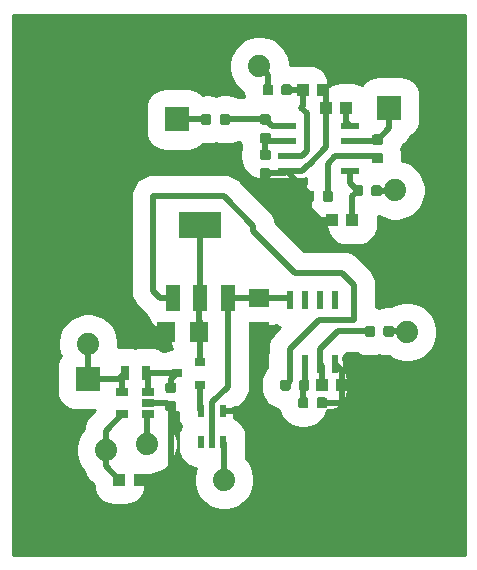
<source format=gbr>
G04 #@! TF.GenerationSoftware,KiCad,Pcbnew,5.1.5+dfsg1-2~bpo9+1*
G04 #@! TF.CreationDate,2020-07-24T23:00:17-04:00*
G04 #@! TF.ProjectId,lil_driver_2,6c696c5f-6472-4697-9665-725f322e6b69,rev?*
G04 #@! TF.SameCoordinates,PX68e7780PY4fa1be0*
G04 #@! TF.FileFunction,Copper,L1,Top*
G04 #@! TF.FilePolarity,Positive*
%FSLAX46Y46*%
G04 Gerber Fmt 4.6, Leading zero omitted, Abs format (unit mm)*
G04 Created by KiCad (PCBNEW 5.1.5+dfsg1-2~bpo9+1) date 2020-07-24 23:00:17*
%MOMM*%
%LPD*%
G04 APERTURE LIST*
%ADD10R,3.599180X2.199640*%
%ADD11R,1.219200X2.235200*%
%ADD12R,0.797560X1.198880*%
%ADD13C,1.879600*%
%ADD14R,1.597660X1.798320*%
%ADD15R,1.099820X0.998220*%
%ADD16R,1.798320X1.597660*%
%ADD17C,0.020000*%
%ADD18R,1.550000X0.600000*%
%ADD19R,0.600000X1.550000*%
%ADD20R,1.060000X0.650000*%
%ADD21R,0.600000X1.050000*%
%ADD22R,2.000000X2.000000*%
%ADD23R,0.900000X0.800000*%
%ADD24C,0.500000*%
%ADD25C,0.254000*%
G04 APERTURE END LIST*
D10*
X16000000Y-17901200D03*
D11*
X18311400Y-24098800D03*
X16000000Y-24098800D03*
X13688600Y-24098800D03*
D12*
X9600840Y-30500000D03*
X11399160Y-30500000D03*
D13*
X8000000Y-37000000D03*
X6500000Y-28000000D03*
X21000000Y-4500000D03*
X32500000Y-15000000D03*
X18000000Y-39500000D03*
X11500000Y-36500000D03*
X33500000Y-27000000D03*
D14*
X13100460Y-27000000D03*
X15899540Y-27000000D03*
D15*
X10848360Y-39500000D03*
X9151640Y-39500000D03*
X27151640Y-17500000D03*
X28848360Y-17500000D03*
X26348360Y-6500000D03*
X24651640Y-6500000D03*
X26651640Y-8000000D03*
X28348360Y-8000000D03*
D16*
X21000000Y-26899540D03*
X21000000Y-24100460D03*
D15*
X28000000Y-31500000D03*
X26303280Y-31500000D03*
G04 #@! TA.AperFunction,SMDPad,CuDef*
D17*
G36*
X18315191Y-8526053D02*
G01*
X18336426Y-8529203D01*
X18357250Y-8534419D01*
X18377462Y-8541651D01*
X18396868Y-8550830D01*
X18415281Y-8561866D01*
X18432524Y-8574654D01*
X18448430Y-8589070D01*
X18462846Y-8604976D01*
X18475634Y-8622219D01*
X18486670Y-8640632D01*
X18495849Y-8660038D01*
X18503081Y-8680250D01*
X18508297Y-8701074D01*
X18511447Y-8722309D01*
X18512500Y-8743750D01*
X18512500Y-9256250D01*
X18511447Y-9277691D01*
X18508297Y-9298926D01*
X18503081Y-9319750D01*
X18495849Y-9339962D01*
X18486670Y-9359368D01*
X18475634Y-9377781D01*
X18462846Y-9395024D01*
X18448430Y-9410930D01*
X18432524Y-9425346D01*
X18415281Y-9438134D01*
X18396868Y-9449170D01*
X18377462Y-9458349D01*
X18357250Y-9465581D01*
X18336426Y-9470797D01*
X18315191Y-9473947D01*
X18293750Y-9475000D01*
X17856250Y-9475000D01*
X17834809Y-9473947D01*
X17813574Y-9470797D01*
X17792750Y-9465581D01*
X17772538Y-9458349D01*
X17753132Y-9449170D01*
X17734719Y-9438134D01*
X17717476Y-9425346D01*
X17701570Y-9410930D01*
X17687154Y-9395024D01*
X17674366Y-9377781D01*
X17663330Y-9359368D01*
X17654151Y-9339962D01*
X17646919Y-9319750D01*
X17641703Y-9298926D01*
X17638553Y-9277691D01*
X17637500Y-9256250D01*
X17637500Y-8743750D01*
X17638553Y-8722309D01*
X17641703Y-8701074D01*
X17646919Y-8680250D01*
X17654151Y-8660038D01*
X17663330Y-8640632D01*
X17674366Y-8622219D01*
X17687154Y-8604976D01*
X17701570Y-8589070D01*
X17717476Y-8574654D01*
X17734719Y-8561866D01*
X17753132Y-8550830D01*
X17772538Y-8541651D01*
X17792750Y-8534419D01*
X17813574Y-8529203D01*
X17834809Y-8526053D01*
X17856250Y-8525000D01*
X18293750Y-8525000D01*
X18315191Y-8526053D01*
G37*
G04 #@! TD.AperFunction*
G04 #@! TA.AperFunction,SMDPad,CuDef*
G36*
X16740191Y-8526053D02*
G01*
X16761426Y-8529203D01*
X16782250Y-8534419D01*
X16802462Y-8541651D01*
X16821868Y-8550830D01*
X16840281Y-8561866D01*
X16857524Y-8574654D01*
X16873430Y-8589070D01*
X16887846Y-8604976D01*
X16900634Y-8622219D01*
X16911670Y-8640632D01*
X16920849Y-8660038D01*
X16928081Y-8680250D01*
X16933297Y-8701074D01*
X16936447Y-8722309D01*
X16937500Y-8743750D01*
X16937500Y-9256250D01*
X16936447Y-9277691D01*
X16933297Y-9298926D01*
X16928081Y-9319750D01*
X16920849Y-9339962D01*
X16911670Y-9359368D01*
X16900634Y-9377781D01*
X16887846Y-9395024D01*
X16873430Y-9410930D01*
X16857524Y-9425346D01*
X16840281Y-9438134D01*
X16821868Y-9449170D01*
X16802462Y-9458349D01*
X16782250Y-9465581D01*
X16761426Y-9470797D01*
X16740191Y-9473947D01*
X16718750Y-9475000D01*
X16281250Y-9475000D01*
X16259809Y-9473947D01*
X16238574Y-9470797D01*
X16217750Y-9465581D01*
X16197538Y-9458349D01*
X16178132Y-9449170D01*
X16159719Y-9438134D01*
X16142476Y-9425346D01*
X16126570Y-9410930D01*
X16112154Y-9395024D01*
X16099366Y-9377781D01*
X16088330Y-9359368D01*
X16079151Y-9339962D01*
X16071919Y-9319750D01*
X16066703Y-9298926D01*
X16063553Y-9277691D01*
X16062500Y-9256250D01*
X16062500Y-8743750D01*
X16063553Y-8722309D01*
X16066703Y-8701074D01*
X16071919Y-8680250D01*
X16079151Y-8660038D01*
X16088330Y-8640632D01*
X16099366Y-8622219D01*
X16112154Y-8604976D01*
X16126570Y-8589070D01*
X16142476Y-8574654D01*
X16159719Y-8561866D01*
X16178132Y-8550830D01*
X16197538Y-8541651D01*
X16217750Y-8534419D01*
X16238574Y-8529203D01*
X16259809Y-8526053D01*
X16281250Y-8525000D01*
X16718750Y-8525000D01*
X16740191Y-8526053D01*
G37*
G04 #@! TD.AperFunction*
G04 #@! TA.AperFunction,SMDPad,CuDef*
G36*
X31149631Y-14567153D02*
G01*
X31170866Y-14570303D01*
X31191690Y-14575519D01*
X31211902Y-14582751D01*
X31231308Y-14591930D01*
X31249721Y-14602966D01*
X31266964Y-14615754D01*
X31282870Y-14630170D01*
X31297286Y-14646076D01*
X31310074Y-14663319D01*
X31321110Y-14681732D01*
X31330289Y-14701138D01*
X31337521Y-14721350D01*
X31342737Y-14742174D01*
X31345887Y-14763409D01*
X31346940Y-14784850D01*
X31346940Y-15297350D01*
X31345887Y-15318791D01*
X31342737Y-15340026D01*
X31337521Y-15360850D01*
X31330289Y-15381062D01*
X31321110Y-15400468D01*
X31310074Y-15418881D01*
X31297286Y-15436124D01*
X31282870Y-15452030D01*
X31266964Y-15466446D01*
X31249721Y-15479234D01*
X31231308Y-15490270D01*
X31211902Y-15499449D01*
X31191690Y-15506681D01*
X31170866Y-15511897D01*
X31149631Y-15515047D01*
X31128190Y-15516100D01*
X30690690Y-15516100D01*
X30669249Y-15515047D01*
X30648014Y-15511897D01*
X30627190Y-15506681D01*
X30606978Y-15499449D01*
X30587572Y-15490270D01*
X30569159Y-15479234D01*
X30551916Y-15466446D01*
X30536010Y-15452030D01*
X30521594Y-15436124D01*
X30508806Y-15418881D01*
X30497770Y-15400468D01*
X30488591Y-15381062D01*
X30481359Y-15360850D01*
X30476143Y-15340026D01*
X30472993Y-15318791D01*
X30471940Y-15297350D01*
X30471940Y-14784850D01*
X30472993Y-14763409D01*
X30476143Y-14742174D01*
X30481359Y-14721350D01*
X30488591Y-14701138D01*
X30497770Y-14681732D01*
X30508806Y-14663319D01*
X30521594Y-14646076D01*
X30536010Y-14630170D01*
X30551916Y-14615754D01*
X30569159Y-14602966D01*
X30587572Y-14591930D01*
X30606978Y-14582751D01*
X30627190Y-14575519D01*
X30648014Y-14570303D01*
X30669249Y-14567153D01*
X30690690Y-14566100D01*
X31128190Y-14566100D01*
X31149631Y-14567153D01*
G37*
G04 #@! TD.AperFunction*
G04 #@! TA.AperFunction,SMDPad,CuDef*
G36*
X29574631Y-14567153D02*
G01*
X29595866Y-14570303D01*
X29616690Y-14575519D01*
X29636902Y-14582751D01*
X29656308Y-14591930D01*
X29674721Y-14602966D01*
X29691964Y-14615754D01*
X29707870Y-14630170D01*
X29722286Y-14646076D01*
X29735074Y-14663319D01*
X29746110Y-14681732D01*
X29755289Y-14701138D01*
X29762521Y-14721350D01*
X29767737Y-14742174D01*
X29770887Y-14763409D01*
X29771940Y-14784850D01*
X29771940Y-15297350D01*
X29770887Y-15318791D01*
X29767737Y-15340026D01*
X29762521Y-15360850D01*
X29755289Y-15381062D01*
X29746110Y-15400468D01*
X29735074Y-15418881D01*
X29722286Y-15436124D01*
X29707870Y-15452030D01*
X29691964Y-15466446D01*
X29674721Y-15479234D01*
X29656308Y-15490270D01*
X29636902Y-15499449D01*
X29616690Y-15506681D01*
X29595866Y-15511897D01*
X29574631Y-15515047D01*
X29553190Y-15516100D01*
X29115690Y-15516100D01*
X29094249Y-15515047D01*
X29073014Y-15511897D01*
X29052190Y-15506681D01*
X29031978Y-15499449D01*
X29012572Y-15490270D01*
X28994159Y-15479234D01*
X28976916Y-15466446D01*
X28961010Y-15452030D01*
X28946594Y-15436124D01*
X28933806Y-15418881D01*
X28922770Y-15400468D01*
X28913591Y-15381062D01*
X28906359Y-15360850D01*
X28901143Y-15340026D01*
X28897993Y-15318791D01*
X28896940Y-15297350D01*
X28896940Y-14784850D01*
X28897993Y-14763409D01*
X28901143Y-14742174D01*
X28906359Y-14721350D01*
X28913591Y-14701138D01*
X28922770Y-14681732D01*
X28933806Y-14663319D01*
X28946594Y-14646076D01*
X28961010Y-14630170D01*
X28976916Y-14615754D01*
X28994159Y-14602966D01*
X29012572Y-14591930D01*
X29031978Y-14582751D01*
X29052190Y-14575519D01*
X29073014Y-14570303D01*
X29094249Y-14567153D01*
X29115690Y-14566100D01*
X29553190Y-14566100D01*
X29574631Y-14567153D01*
G37*
G04 #@! TD.AperFunction*
G04 #@! TA.AperFunction,SMDPad,CuDef*
G36*
X21952691Y-6026053D02*
G01*
X21973926Y-6029203D01*
X21994750Y-6034419D01*
X22014962Y-6041651D01*
X22034368Y-6050830D01*
X22052781Y-6061866D01*
X22070024Y-6074654D01*
X22085930Y-6089070D01*
X22100346Y-6104976D01*
X22113134Y-6122219D01*
X22124170Y-6140632D01*
X22133349Y-6160038D01*
X22140581Y-6180250D01*
X22145797Y-6201074D01*
X22148947Y-6222309D01*
X22150000Y-6243750D01*
X22150000Y-6756250D01*
X22148947Y-6777691D01*
X22145797Y-6798926D01*
X22140581Y-6819750D01*
X22133349Y-6839962D01*
X22124170Y-6859368D01*
X22113134Y-6877781D01*
X22100346Y-6895024D01*
X22085930Y-6910930D01*
X22070024Y-6925346D01*
X22052781Y-6938134D01*
X22034368Y-6949170D01*
X22014962Y-6958349D01*
X21994750Y-6965581D01*
X21973926Y-6970797D01*
X21952691Y-6973947D01*
X21931250Y-6975000D01*
X21493750Y-6975000D01*
X21472309Y-6973947D01*
X21451074Y-6970797D01*
X21430250Y-6965581D01*
X21410038Y-6958349D01*
X21390632Y-6949170D01*
X21372219Y-6938134D01*
X21354976Y-6925346D01*
X21339070Y-6910930D01*
X21324654Y-6895024D01*
X21311866Y-6877781D01*
X21300830Y-6859368D01*
X21291651Y-6839962D01*
X21284419Y-6819750D01*
X21279203Y-6798926D01*
X21276053Y-6777691D01*
X21275000Y-6756250D01*
X21275000Y-6243750D01*
X21276053Y-6222309D01*
X21279203Y-6201074D01*
X21284419Y-6180250D01*
X21291651Y-6160038D01*
X21300830Y-6140632D01*
X21311866Y-6122219D01*
X21324654Y-6104976D01*
X21339070Y-6089070D01*
X21354976Y-6074654D01*
X21372219Y-6061866D01*
X21390632Y-6050830D01*
X21410038Y-6041651D01*
X21430250Y-6034419D01*
X21451074Y-6029203D01*
X21472309Y-6026053D01*
X21493750Y-6025000D01*
X21931250Y-6025000D01*
X21952691Y-6026053D01*
G37*
G04 #@! TD.AperFunction*
G04 #@! TA.AperFunction,SMDPad,CuDef*
G36*
X23527691Y-6026053D02*
G01*
X23548926Y-6029203D01*
X23569750Y-6034419D01*
X23589962Y-6041651D01*
X23609368Y-6050830D01*
X23627781Y-6061866D01*
X23645024Y-6074654D01*
X23660930Y-6089070D01*
X23675346Y-6104976D01*
X23688134Y-6122219D01*
X23699170Y-6140632D01*
X23708349Y-6160038D01*
X23715581Y-6180250D01*
X23720797Y-6201074D01*
X23723947Y-6222309D01*
X23725000Y-6243750D01*
X23725000Y-6756250D01*
X23723947Y-6777691D01*
X23720797Y-6798926D01*
X23715581Y-6819750D01*
X23708349Y-6839962D01*
X23699170Y-6859368D01*
X23688134Y-6877781D01*
X23675346Y-6895024D01*
X23660930Y-6910930D01*
X23645024Y-6925346D01*
X23627781Y-6938134D01*
X23609368Y-6949170D01*
X23589962Y-6958349D01*
X23569750Y-6965581D01*
X23548926Y-6970797D01*
X23527691Y-6973947D01*
X23506250Y-6975000D01*
X23068750Y-6975000D01*
X23047309Y-6973947D01*
X23026074Y-6970797D01*
X23005250Y-6965581D01*
X22985038Y-6958349D01*
X22965632Y-6949170D01*
X22947219Y-6938134D01*
X22929976Y-6925346D01*
X22914070Y-6910930D01*
X22899654Y-6895024D01*
X22886866Y-6877781D01*
X22875830Y-6859368D01*
X22866651Y-6839962D01*
X22859419Y-6819750D01*
X22854203Y-6798926D01*
X22851053Y-6777691D01*
X22850000Y-6756250D01*
X22850000Y-6243750D01*
X22851053Y-6222309D01*
X22854203Y-6201074D01*
X22859419Y-6180250D01*
X22866651Y-6160038D01*
X22875830Y-6140632D01*
X22886866Y-6122219D01*
X22899654Y-6104976D01*
X22914070Y-6089070D01*
X22929976Y-6074654D01*
X22947219Y-6061866D01*
X22965632Y-6050830D01*
X22985038Y-6041651D01*
X23005250Y-6034419D01*
X23026074Y-6029203D01*
X23047309Y-6026053D01*
X23068750Y-6025000D01*
X23506250Y-6025000D01*
X23527691Y-6026053D01*
G37*
G04 #@! TD.AperFunction*
D18*
X28700000Y-9595000D03*
X28700000Y-10865000D03*
X28700000Y-12135000D03*
X28700000Y-13405000D03*
X23300000Y-13405000D03*
X23300000Y-12135000D03*
X23300000Y-10865000D03*
X23300000Y-9595000D03*
D19*
X23595000Y-24300000D03*
X24865000Y-24300000D03*
X26135000Y-24300000D03*
X27405000Y-24300000D03*
X27405000Y-29700000D03*
X26135000Y-29700000D03*
X24865000Y-29700000D03*
X23595000Y-29700000D03*
D20*
X9400000Y-33950000D03*
X9400000Y-32050000D03*
X11600000Y-32050000D03*
X11600000Y-33000000D03*
X11600000Y-33950000D03*
D21*
X16050000Y-36350000D03*
X17000000Y-36350000D03*
X17950000Y-36350000D03*
X17950000Y-33650000D03*
X16050000Y-33650000D03*
D22*
X6500000Y-31000000D03*
X14000000Y-9000000D03*
X32000000Y-8000000D03*
G04 #@! TA.AperFunction,SMDPad,CuDef*
D17*
G36*
X31277691Y-11851053D02*
G01*
X31298926Y-11854203D01*
X31319750Y-11859419D01*
X31339962Y-11866651D01*
X31359368Y-11875830D01*
X31377781Y-11886866D01*
X31395024Y-11899654D01*
X31410930Y-11914070D01*
X31425346Y-11929976D01*
X31438134Y-11947219D01*
X31449170Y-11965632D01*
X31458349Y-11985038D01*
X31465581Y-12005250D01*
X31470797Y-12026074D01*
X31473947Y-12047309D01*
X31475000Y-12068750D01*
X31475000Y-12506250D01*
X31473947Y-12527691D01*
X31470797Y-12548926D01*
X31465581Y-12569750D01*
X31458349Y-12589962D01*
X31449170Y-12609368D01*
X31438134Y-12627781D01*
X31425346Y-12645024D01*
X31410930Y-12660930D01*
X31395024Y-12675346D01*
X31377781Y-12688134D01*
X31359368Y-12699170D01*
X31339962Y-12708349D01*
X31319750Y-12715581D01*
X31298926Y-12720797D01*
X31277691Y-12723947D01*
X31256250Y-12725000D01*
X30743750Y-12725000D01*
X30722309Y-12723947D01*
X30701074Y-12720797D01*
X30680250Y-12715581D01*
X30660038Y-12708349D01*
X30640632Y-12699170D01*
X30622219Y-12688134D01*
X30604976Y-12675346D01*
X30589070Y-12660930D01*
X30574654Y-12645024D01*
X30561866Y-12627781D01*
X30550830Y-12609368D01*
X30541651Y-12589962D01*
X30534419Y-12569750D01*
X30529203Y-12548926D01*
X30526053Y-12527691D01*
X30525000Y-12506250D01*
X30525000Y-12068750D01*
X30526053Y-12047309D01*
X30529203Y-12026074D01*
X30534419Y-12005250D01*
X30541651Y-11985038D01*
X30550830Y-11965632D01*
X30561866Y-11947219D01*
X30574654Y-11929976D01*
X30589070Y-11914070D01*
X30604976Y-11899654D01*
X30622219Y-11886866D01*
X30640632Y-11875830D01*
X30660038Y-11866651D01*
X30680250Y-11859419D01*
X30701074Y-11854203D01*
X30722309Y-11851053D01*
X30743750Y-11850000D01*
X31256250Y-11850000D01*
X31277691Y-11851053D01*
G37*
G04 #@! TD.AperFunction*
G04 #@! TA.AperFunction,SMDPad,CuDef*
G36*
X31277691Y-10276053D02*
G01*
X31298926Y-10279203D01*
X31319750Y-10284419D01*
X31339962Y-10291651D01*
X31359368Y-10300830D01*
X31377781Y-10311866D01*
X31395024Y-10324654D01*
X31410930Y-10339070D01*
X31425346Y-10354976D01*
X31438134Y-10372219D01*
X31449170Y-10390632D01*
X31458349Y-10410038D01*
X31465581Y-10430250D01*
X31470797Y-10451074D01*
X31473947Y-10472309D01*
X31475000Y-10493750D01*
X31475000Y-10931250D01*
X31473947Y-10952691D01*
X31470797Y-10973926D01*
X31465581Y-10994750D01*
X31458349Y-11014962D01*
X31449170Y-11034368D01*
X31438134Y-11052781D01*
X31425346Y-11070024D01*
X31410930Y-11085930D01*
X31395024Y-11100346D01*
X31377781Y-11113134D01*
X31359368Y-11124170D01*
X31339962Y-11133349D01*
X31319750Y-11140581D01*
X31298926Y-11145797D01*
X31277691Y-11148947D01*
X31256250Y-11150000D01*
X30743750Y-11150000D01*
X30722309Y-11148947D01*
X30701074Y-11145797D01*
X30680250Y-11140581D01*
X30660038Y-11133349D01*
X30640632Y-11124170D01*
X30622219Y-11113134D01*
X30604976Y-11100346D01*
X30589070Y-11085930D01*
X30574654Y-11070024D01*
X30561866Y-11052781D01*
X30550830Y-11034368D01*
X30541651Y-11014962D01*
X30534419Y-10994750D01*
X30529203Y-10973926D01*
X30526053Y-10952691D01*
X30525000Y-10931250D01*
X30525000Y-10493750D01*
X30526053Y-10472309D01*
X30529203Y-10451074D01*
X30534419Y-10430250D01*
X30541651Y-10410038D01*
X30550830Y-10390632D01*
X30561866Y-10372219D01*
X30574654Y-10354976D01*
X30589070Y-10339070D01*
X30604976Y-10324654D01*
X30622219Y-10311866D01*
X30640632Y-10300830D01*
X30660038Y-10291651D01*
X30680250Y-10284419D01*
X30701074Y-10279203D01*
X30722309Y-10276053D01*
X30743750Y-10275000D01*
X31256250Y-10275000D01*
X31277691Y-10276053D01*
G37*
G04 #@! TD.AperFunction*
G04 #@! TA.AperFunction,SMDPad,CuDef*
G36*
X21777691Y-10138554D02*
G01*
X21798926Y-10141704D01*
X21819750Y-10146920D01*
X21839962Y-10154152D01*
X21859368Y-10163331D01*
X21877781Y-10174367D01*
X21895024Y-10187155D01*
X21910930Y-10201571D01*
X21925346Y-10217477D01*
X21938134Y-10234720D01*
X21949170Y-10253133D01*
X21958349Y-10272539D01*
X21965581Y-10292751D01*
X21970797Y-10313575D01*
X21973947Y-10334810D01*
X21975000Y-10356251D01*
X21975000Y-10793751D01*
X21973947Y-10815192D01*
X21970797Y-10836427D01*
X21965581Y-10857251D01*
X21958349Y-10877463D01*
X21949170Y-10896869D01*
X21938134Y-10915282D01*
X21925346Y-10932525D01*
X21910930Y-10948431D01*
X21895024Y-10962847D01*
X21877781Y-10975635D01*
X21859368Y-10986671D01*
X21839962Y-10995850D01*
X21819750Y-11003082D01*
X21798926Y-11008298D01*
X21777691Y-11011448D01*
X21756250Y-11012501D01*
X21243750Y-11012501D01*
X21222309Y-11011448D01*
X21201074Y-11008298D01*
X21180250Y-11003082D01*
X21160038Y-10995850D01*
X21140632Y-10986671D01*
X21122219Y-10975635D01*
X21104976Y-10962847D01*
X21089070Y-10948431D01*
X21074654Y-10932525D01*
X21061866Y-10915282D01*
X21050830Y-10896869D01*
X21041651Y-10877463D01*
X21034419Y-10857251D01*
X21029203Y-10836427D01*
X21026053Y-10815192D01*
X21025000Y-10793751D01*
X21025000Y-10356251D01*
X21026053Y-10334810D01*
X21029203Y-10313575D01*
X21034419Y-10292751D01*
X21041651Y-10272539D01*
X21050830Y-10253133D01*
X21061866Y-10234720D01*
X21074654Y-10217477D01*
X21089070Y-10201571D01*
X21104976Y-10187155D01*
X21122219Y-10174367D01*
X21140632Y-10163331D01*
X21160038Y-10154152D01*
X21180250Y-10146920D01*
X21201074Y-10141704D01*
X21222309Y-10138554D01*
X21243750Y-10137501D01*
X21756250Y-10137501D01*
X21777691Y-10138554D01*
G37*
G04 #@! TD.AperFunction*
G04 #@! TA.AperFunction,SMDPad,CuDef*
G36*
X21777691Y-8563554D02*
G01*
X21798926Y-8566704D01*
X21819750Y-8571920D01*
X21839962Y-8579152D01*
X21859368Y-8588331D01*
X21877781Y-8599367D01*
X21895024Y-8612155D01*
X21910930Y-8626571D01*
X21925346Y-8642477D01*
X21938134Y-8659720D01*
X21949170Y-8678133D01*
X21958349Y-8697539D01*
X21965581Y-8717751D01*
X21970797Y-8738575D01*
X21973947Y-8759810D01*
X21975000Y-8781251D01*
X21975000Y-9218751D01*
X21973947Y-9240192D01*
X21970797Y-9261427D01*
X21965581Y-9282251D01*
X21958349Y-9302463D01*
X21949170Y-9321869D01*
X21938134Y-9340282D01*
X21925346Y-9357525D01*
X21910930Y-9373431D01*
X21895024Y-9387847D01*
X21877781Y-9400635D01*
X21859368Y-9411671D01*
X21839962Y-9420850D01*
X21819750Y-9428082D01*
X21798926Y-9433298D01*
X21777691Y-9436448D01*
X21756250Y-9437501D01*
X21243750Y-9437501D01*
X21222309Y-9436448D01*
X21201074Y-9433298D01*
X21180250Y-9428082D01*
X21160038Y-9420850D01*
X21140632Y-9411671D01*
X21122219Y-9400635D01*
X21104976Y-9387847D01*
X21089070Y-9373431D01*
X21074654Y-9357525D01*
X21061866Y-9340282D01*
X21050830Y-9321869D01*
X21041651Y-9302463D01*
X21034419Y-9282251D01*
X21029203Y-9261427D01*
X21026053Y-9240192D01*
X21025000Y-9218751D01*
X21025000Y-8781251D01*
X21026053Y-8759810D01*
X21029203Y-8738575D01*
X21034419Y-8717751D01*
X21041651Y-8697539D01*
X21050830Y-8678133D01*
X21061866Y-8659720D01*
X21074654Y-8642477D01*
X21089070Y-8626571D01*
X21104976Y-8612155D01*
X21122219Y-8599367D01*
X21140632Y-8588331D01*
X21160038Y-8579152D01*
X21180250Y-8571920D01*
X21201074Y-8566704D01*
X21222309Y-8563554D01*
X21243750Y-8562501D01*
X21756250Y-8562501D01*
X21777691Y-8563554D01*
G37*
G04 #@! TD.AperFunction*
G04 #@! TA.AperFunction,SMDPad,CuDef*
G36*
X25452691Y-15026053D02*
G01*
X25473926Y-15029203D01*
X25494750Y-15034419D01*
X25514962Y-15041651D01*
X25534368Y-15050830D01*
X25552781Y-15061866D01*
X25570024Y-15074654D01*
X25585930Y-15089070D01*
X25600346Y-15104976D01*
X25613134Y-15122219D01*
X25624170Y-15140632D01*
X25633349Y-15160038D01*
X25640581Y-15180250D01*
X25645797Y-15201074D01*
X25648947Y-15222309D01*
X25650000Y-15243750D01*
X25650000Y-15756250D01*
X25648947Y-15777691D01*
X25645797Y-15798926D01*
X25640581Y-15819750D01*
X25633349Y-15839962D01*
X25624170Y-15859368D01*
X25613134Y-15877781D01*
X25600346Y-15895024D01*
X25585930Y-15910930D01*
X25570024Y-15925346D01*
X25552781Y-15938134D01*
X25534368Y-15949170D01*
X25514962Y-15958349D01*
X25494750Y-15965581D01*
X25473926Y-15970797D01*
X25452691Y-15973947D01*
X25431250Y-15975000D01*
X24993750Y-15975000D01*
X24972309Y-15973947D01*
X24951074Y-15970797D01*
X24930250Y-15965581D01*
X24910038Y-15958349D01*
X24890632Y-15949170D01*
X24872219Y-15938134D01*
X24854976Y-15925346D01*
X24839070Y-15910930D01*
X24824654Y-15895024D01*
X24811866Y-15877781D01*
X24800830Y-15859368D01*
X24791651Y-15839962D01*
X24784419Y-15819750D01*
X24779203Y-15798926D01*
X24776053Y-15777691D01*
X24775000Y-15756250D01*
X24775000Y-15243750D01*
X24776053Y-15222309D01*
X24779203Y-15201074D01*
X24784419Y-15180250D01*
X24791651Y-15160038D01*
X24800830Y-15140632D01*
X24811866Y-15122219D01*
X24824654Y-15104976D01*
X24839070Y-15089070D01*
X24854976Y-15074654D01*
X24872219Y-15061866D01*
X24890632Y-15050830D01*
X24910038Y-15041651D01*
X24930250Y-15034419D01*
X24951074Y-15029203D01*
X24972309Y-15026053D01*
X24993750Y-15025000D01*
X25431250Y-15025000D01*
X25452691Y-15026053D01*
G37*
G04 #@! TD.AperFunction*
G04 #@! TA.AperFunction,SMDPad,CuDef*
G36*
X27027691Y-15026053D02*
G01*
X27048926Y-15029203D01*
X27069750Y-15034419D01*
X27089962Y-15041651D01*
X27109368Y-15050830D01*
X27127781Y-15061866D01*
X27145024Y-15074654D01*
X27160930Y-15089070D01*
X27175346Y-15104976D01*
X27188134Y-15122219D01*
X27199170Y-15140632D01*
X27208349Y-15160038D01*
X27215581Y-15180250D01*
X27220797Y-15201074D01*
X27223947Y-15222309D01*
X27225000Y-15243750D01*
X27225000Y-15756250D01*
X27223947Y-15777691D01*
X27220797Y-15798926D01*
X27215581Y-15819750D01*
X27208349Y-15839962D01*
X27199170Y-15859368D01*
X27188134Y-15877781D01*
X27175346Y-15895024D01*
X27160930Y-15910930D01*
X27145024Y-15925346D01*
X27127781Y-15938134D01*
X27109368Y-15949170D01*
X27089962Y-15958349D01*
X27069750Y-15965581D01*
X27048926Y-15970797D01*
X27027691Y-15973947D01*
X27006250Y-15975000D01*
X26568750Y-15975000D01*
X26547309Y-15973947D01*
X26526074Y-15970797D01*
X26505250Y-15965581D01*
X26485038Y-15958349D01*
X26465632Y-15949170D01*
X26447219Y-15938134D01*
X26429976Y-15925346D01*
X26414070Y-15910930D01*
X26399654Y-15895024D01*
X26386866Y-15877781D01*
X26375830Y-15859368D01*
X26366651Y-15839962D01*
X26359419Y-15819750D01*
X26354203Y-15798926D01*
X26351053Y-15777691D01*
X26350000Y-15756250D01*
X26350000Y-15243750D01*
X26351053Y-15222309D01*
X26354203Y-15201074D01*
X26359419Y-15180250D01*
X26366651Y-15160038D01*
X26375830Y-15140632D01*
X26386866Y-15122219D01*
X26399654Y-15104976D01*
X26414070Y-15089070D01*
X26429976Y-15074654D01*
X26447219Y-15061866D01*
X26465632Y-15050830D01*
X26485038Y-15041651D01*
X26505250Y-15034419D01*
X26526074Y-15029203D01*
X26547309Y-15026053D01*
X26568750Y-15025000D01*
X27006250Y-15025000D01*
X27027691Y-15026053D01*
G37*
G04 #@! TD.AperFunction*
G04 #@! TA.AperFunction,SMDPad,CuDef*
G36*
X21777691Y-13138554D02*
G01*
X21798926Y-13141704D01*
X21819750Y-13146920D01*
X21839962Y-13154152D01*
X21859368Y-13163331D01*
X21877781Y-13174367D01*
X21895024Y-13187155D01*
X21910930Y-13201571D01*
X21925346Y-13217477D01*
X21938134Y-13234720D01*
X21949170Y-13253133D01*
X21958349Y-13272539D01*
X21965581Y-13292751D01*
X21970797Y-13313575D01*
X21973947Y-13334810D01*
X21975000Y-13356251D01*
X21975000Y-13793751D01*
X21973947Y-13815192D01*
X21970797Y-13836427D01*
X21965581Y-13857251D01*
X21958349Y-13877463D01*
X21949170Y-13896869D01*
X21938134Y-13915282D01*
X21925346Y-13932525D01*
X21910930Y-13948431D01*
X21895024Y-13962847D01*
X21877781Y-13975635D01*
X21859368Y-13986671D01*
X21839962Y-13995850D01*
X21819750Y-14003082D01*
X21798926Y-14008298D01*
X21777691Y-14011448D01*
X21756250Y-14012501D01*
X21243750Y-14012501D01*
X21222309Y-14011448D01*
X21201074Y-14008298D01*
X21180250Y-14003082D01*
X21160038Y-13995850D01*
X21140632Y-13986671D01*
X21122219Y-13975635D01*
X21104976Y-13962847D01*
X21089070Y-13948431D01*
X21074654Y-13932525D01*
X21061866Y-13915282D01*
X21050830Y-13896869D01*
X21041651Y-13877463D01*
X21034419Y-13857251D01*
X21029203Y-13836427D01*
X21026053Y-13815192D01*
X21025000Y-13793751D01*
X21025000Y-13356251D01*
X21026053Y-13334810D01*
X21029203Y-13313575D01*
X21034419Y-13292751D01*
X21041651Y-13272539D01*
X21050830Y-13253133D01*
X21061866Y-13234720D01*
X21074654Y-13217477D01*
X21089070Y-13201571D01*
X21104976Y-13187155D01*
X21122219Y-13174367D01*
X21140632Y-13163331D01*
X21160038Y-13154152D01*
X21180250Y-13146920D01*
X21201074Y-13141704D01*
X21222309Y-13138554D01*
X21243750Y-13137501D01*
X21756250Y-13137501D01*
X21777691Y-13138554D01*
G37*
G04 #@! TD.AperFunction*
G04 #@! TA.AperFunction,SMDPad,CuDef*
G36*
X21777691Y-11563554D02*
G01*
X21798926Y-11566704D01*
X21819750Y-11571920D01*
X21839962Y-11579152D01*
X21859368Y-11588331D01*
X21877781Y-11599367D01*
X21895024Y-11612155D01*
X21910930Y-11626571D01*
X21925346Y-11642477D01*
X21938134Y-11659720D01*
X21949170Y-11678133D01*
X21958349Y-11697539D01*
X21965581Y-11717751D01*
X21970797Y-11738575D01*
X21973947Y-11759810D01*
X21975000Y-11781251D01*
X21975000Y-12218751D01*
X21973947Y-12240192D01*
X21970797Y-12261427D01*
X21965581Y-12282251D01*
X21958349Y-12302463D01*
X21949170Y-12321869D01*
X21938134Y-12340282D01*
X21925346Y-12357525D01*
X21910930Y-12373431D01*
X21895024Y-12387847D01*
X21877781Y-12400635D01*
X21859368Y-12411671D01*
X21839962Y-12420850D01*
X21819750Y-12428082D01*
X21798926Y-12433298D01*
X21777691Y-12436448D01*
X21756250Y-12437501D01*
X21243750Y-12437501D01*
X21222309Y-12436448D01*
X21201074Y-12433298D01*
X21180250Y-12428082D01*
X21160038Y-12420850D01*
X21140632Y-12411671D01*
X21122219Y-12400635D01*
X21104976Y-12387847D01*
X21089070Y-12373431D01*
X21074654Y-12357525D01*
X21061866Y-12340282D01*
X21050830Y-12321869D01*
X21041651Y-12302463D01*
X21034419Y-12282251D01*
X21029203Y-12261427D01*
X21026053Y-12240192D01*
X21025000Y-12218751D01*
X21025000Y-11781251D01*
X21026053Y-11759810D01*
X21029203Y-11738575D01*
X21034419Y-11717751D01*
X21041651Y-11697539D01*
X21050830Y-11678133D01*
X21061866Y-11659720D01*
X21074654Y-11642477D01*
X21089070Y-11626571D01*
X21104976Y-11612155D01*
X21122219Y-11599367D01*
X21140632Y-11588331D01*
X21160038Y-11579152D01*
X21180250Y-11571920D01*
X21201074Y-11566704D01*
X21222309Y-11563554D01*
X21243750Y-11562501D01*
X21756250Y-11562501D01*
X21777691Y-11563554D01*
G37*
G04 #@! TD.AperFunction*
G04 #@! TA.AperFunction,SMDPad,CuDef*
G36*
X13777691Y-31276053D02*
G01*
X13798926Y-31279203D01*
X13819750Y-31284419D01*
X13839962Y-31291651D01*
X13859368Y-31300830D01*
X13877781Y-31311866D01*
X13895024Y-31324654D01*
X13910930Y-31339070D01*
X13925346Y-31354976D01*
X13938134Y-31372219D01*
X13949170Y-31390632D01*
X13958349Y-31410038D01*
X13965581Y-31430250D01*
X13970797Y-31451074D01*
X13973947Y-31472309D01*
X13975000Y-31493750D01*
X13975000Y-31931250D01*
X13973947Y-31952691D01*
X13970797Y-31973926D01*
X13965581Y-31994750D01*
X13958349Y-32014962D01*
X13949170Y-32034368D01*
X13938134Y-32052781D01*
X13925346Y-32070024D01*
X13910930Y-32085930D01*
X13895024Y-32100346D01*
X13877781Y-32113134D01*
X13859368Y-32124170D01*
X13839962Y-32133349D01*
X13819750Y-32140581D01*
X13798926Y-32145797D01*
X13777691Y-32148947D01*
X13756250Y-32150000D01*
X13243750Y-32150000D01*
X13222309Y-32148947D01*
X13201074Y-32145797D01*
X13180250Y-32140581D01*
X13160038Y-32133349D01*
X13140632Y-32124170D01*
X13122219Y-32113134D01*
X13104976Y-32100346D01*
X13089070Y-32085930D01*
X13074654Y-32070024D01*
X13061866Y-32052781D01*
X13050830Y-32034368D01*
X13041651Y-32014962D01*
X13034419Y-31994750D01*
X13029203Y-31973926D01*
X13026053Y-31952691D01*
X13025000Y-31931250D01*
X13025000Y-31493750D01*
X13026053Y-31472309D01*
X13029203Y-31451074D01*
X13034419Y-31430250D01*
X13041651Y-31410038D01*
X13050830Y-31390632D01*
X13061866Y-31372219D01*
X13074654Y-31354976D01*
X13089070Y-31339070D01*
X13104976Y-31324654D01*
X13122219Y-31311866D01*
X13140632Y-31300830D01*
X13160038Y-31291651D01*
X13180250Y-31284419D01*
X13201074Y-31279203D01*
X13222309Y-31276053D01*
X13243750Y-31275000D01*
X13756250Y-31275000D01*
X13777691Y-31276053D01*
G37*
G04 #@! TD.AperFunction*
G04 #@! TA.AperFunction,SMDPad,CuDef*
G36*
X13777691Y-32851053D02*
G01*
X13798926Y-32854203D01*
X13819750Y-32859419D01*
X13839962Y-32866651D01*
X13859368Y-32875830D01*
X13877781Y-32886866D01*
X13895024Y-32899654D01*
X13910930Y-32914070D01*
X13925346Y-32929976D01*
X13938134Y-32947219D01*
X13949170Y-32965632D01*
X13958349Y-32985038D01*
X13965581Y-33005250D01*
X13970797Y-33026074D01*
X13973947Y-33047309D01*
X13975000Y-33068750D01*
X13975000Y-33506250D01*
X13973947Y-33527691D01*
X13970797Y-33548926D01*
X13965581Y-33569750D01*
X13958349Y-33589962D01*
X13949170Y-33609368D01*
X13938134Y-33627781D01*
X13925346Y-33645024D01*
X13910930Y-33660930D01*
X13895024Y-33675346D01*
X13877781Y-33688134D01*
X13859368Y-33699170D01*
X13839962Y-33708349D01*
X13819750Y-33715581D01*
X13798926Y-33720797D01*
X13777691Y-33723947D01*
X13756250Y-33725000D01*
X13243750Y-33725000D01*
X13222309Y-33723947D01*
X13201074Y-33720797D01*
X13180250Y-33715581D01*
X13160038Y-33708349D01*
X13140632Y-33699170D01*
X13122219Y-33688134D01*
X13104976Y-33675346D01*
X13089070Y-33660930D01*
X13074654Y-33645024D01*
X13061866Y-33627781D01*
X13050830Y-33609368D01*
X13041651Y-33589962D01*
X13034419Y-33569750D01*
X13029203Y-33548926D01*
X13026053Y-33527691D01*
X13025000Y-33506250D01*
X13025000Y-33068750D01*
X13026053Y-33047309D01*
X13029203Y-33026074D01*
X13034419Y-33005250D01*
X13041651Y-32985038D01*
X13050830Y-32965632D01*
X13061866Y-32947219D01*
X13074654Y-32929976D01*
X13089070Y-32914070D01*
X13104976Y-32899654D01*
X13122219Y-32886866D01*
X13140632Y-32875830D01*
X13160038Y-32866651D01*
X13180250Y-32859419D01*
X13201074Y-32854203D01*
X13222309Y-32851053D01*
X13243750Y-32850000D01*
X13756250Y-32850000D01*
X13777691Y-32851053D01*
G37*
G04 #@! TD.AperFunction*
G04 #@! TA.AperFunction,SMDPad,CuDef*
G36*
X25027691Y-31026053D02*
G01*
X25048926Y-31029203D01*
X25069750Y-31034419D01*
X25089962Y-31041651D01*
X25109368Y-31050830D01*
X25127781Y-31061866D01*
X25145024Y-31074654D01*
X25160930Y-31089070D01*
X25175346Y-31104976D01*
X25188134Y-31122219D01*
X25199170Y-31140632D01*
X25208349Y-31160038D01*
X25215581Y-31180250D01*
X25220797Y-31201074D01*
X25223947Y-31222309D01*
X25225000Y-31243750D01*
X25225000Y-31756250D01*
X25223947Y-31777691D01*
X25220797Y-31798926D01*
X25215581Y-31819750D01*
X25208349Y-31839962D01*
X25199170Y-31859368D01*
X25188134Y-31877781D01*
X25175346Y-31895024D01*
X25160930Y-31910930D01*
X25145024Y-31925346D01*
X25127781Y-31938134D01*
X25109368Y-31949170D01*
X25089962Y-31958349D01*
X25069750Y-31965581D01*
X25048926Y-31970797D01*
X25027691Y-31973947D01*
X25006250Y-31975000D01*
X24568750Y-31975000D01*
X24547309Y-31973947D01*
X24526074Y-31970797D01*
X24505250Y-31965581D01*
X24485038Y-31958349D01*
X24465632Y-31949170D01*
X24447219Y-31938134D01*
X24429976Y-31925346D01*
X24414070Y-31910930D01*
X24399654Y-31895024D01*
X24386866Y-31877781D01*
X24375830Y-31859368D01*
X24366651Y-31839962D01*
X24359419Y-31819750D01*
X24354203Y-31798926D01*
X24351053Y-31777691D01*
X24350000Y-31756250D01*
X24350000Y-31243750D01*
X24351053Y-31222309D01*
X24354203Y-31201074D01*
X24359419Y-31180250D01*
X24366651Y-31160038D01*
X24375830Y-31140632D01*
X24386866Y-31122219D01*
X24399654Y-31104976D01*
X24414070Y-31089070D01*
X24429976Y-31074654D01*
X24447219Y-31061866D01*
X24465632Y-31050830D01*
X24485038Y-31041651D01*
X24505250Y-31034419D01*
X24526074Y-31029203D01*
X24547309Y-31026053D01*
X24568750Y-31025000D01*
X25006250Y-31025000D01*
X25027691Y-31026053D01*
G37*
G04 #@! TD.AperFunction*
G04 #@! TA.AperFunction,SMDPad,CuDef*
G36*
X23452691Y-31026053D02*
G01*
X23473926Y-31029203D01*
X23494750Y-31034419D01*
X23514962Y-31041651D01*
X23534368Y-31050830D01*
X23552781Y-31061866D01*
X23570024Y-31074654D01*
X23585930Y-31089070D01*
X23600346Y-31104976D01*
X23613134Y-31122219D01*
X23624170Y-31140632D01*
X23633349Y-31160038D01*
X23640581Y-31180250D01*
X23645797Y-31201074D01*
X23648947Y-31222309D01*
X23650000Y-31243750D01*
X23650000Y-31756250D01*
X23648947Y-31777691D01*
X23645797Y-31798926D01*
X23640581Y-31819750D01*
X23633349Y-31839962D01*
X23624170Y-31859368D01*
X23613134Y-31877781D01*
X23600346Y-31895024D01*
X23585930Y-31910930D01*
X23570024Y-31925346D01*
X23552781Y-31938134D01*
X23534368Y-31949170D01*
X23514962Y-31958349D01*
X23494750Y-31965581D01*
X23473926Y-31970797D01*
X23452691Y-31973947D01*
X23431250Y-31975000D01*
X22993750Y-31975000D01*
X22972309Y-31973947D01*
X22951074Y-31970797D01*
X22930250Y-31965581D01*
X22910038Y-31958349D01*
X22890632Y-31949170D01*
X22872219Y-31938134D01*
X22854976Y-31925346D01*
X22839070Y-31910930D01*
X22824654Y-31895024D01*
X22811866Y-31877781D01*
X22800830Y-31859368D01*
X22791651Y-31839962D01*
X22784419Y-31819750D01*
X22779203Y-31798926D01*
X22776053Y-31777691D01*
X22775000Y-31756250D01*
X22775000Y-31243750D01*
X22776053Y-31222309D01*
X22779203Y-31201074D01*
X22784419Y-31180250D01*
X22791651Y-31160038D01*
X22800830Y-31140632D01*
X22811866Y-31122219D01*
X22824654Y-31104976D01*
X22839070Y-31089070D01*
X22854976Y-31074654D01*
X22872219Y-31061866D01*
X22890632Y-31050830D01*
X22910038Y-31041651D01*
X22930250Y-31034419D01*
X22951074Y-31029203D01*
X22972309Y-31026053D01*
X22993750Y-31025000D01*
X23431250Y-31025000D01*
X23452691Y-31026053D01*
G37*
G04 #@! TD.AperFunction*
G04 #@! TA.AperFunction,SMDPad,CuDef*
G36*
X26527691Y-32526053D02*
G01*
X26548926Y-32529203D01*
X26569750Y-32534419D01*
X26589962Y-32541651D01*
X26609368Y-32550830D01*
X26627781Y-32561866D01*
X26645024Y-32574654D01*
X26660930Y-32589070D01*
X26675346Y-32604976D01*
X26688134Y-32622219D01*
X26699170Y-32640632D01*
X26708349Y-32660038D01*
X26715581Y-32680250D01*
X26720797Y-32701074D01*
X26723947Y-32722309D01*
X26725000Y-32743750D01*
X26725000Y-33256250D01*
X26723947Y-33277691D01*
X26720797Y-33298926D01*
X26715581Y-33319750D01*
X26708349Y-33339962D01*
X26699170Y-33359368D01*
X26688134Y-33377781D01*
X26675346Y-33395024D01*
X26660930Y-33410930D01*
X26645024Y-33425346D01*
X26627781Y-33438134D01*
X26609368Y-33449170D01*
X26589962Y-33458349D01*
X26569750Y-33465581D01*
X26548926Y-33470797D01*
X26527691Y-33473947D01*
X26506250Y-33475000D01*
X26068750Y-33475000D01*
X26047309Y-33473947D01*
X26026074Y-33470797D01*
X26005250Y-33465581D01*
X25985038Y-33458349D01*
X25965632Y-33449170D01*
X25947219Y-33438134D01*
X25929976Y-33425346D01*
X25914070Y-33410930D01*
X25899654Y-33395024D01*
X25886866Y-33377781D01*
X25875830Y-33359368D01*
X25866651Y-33339962D01*
X25859419Y-33319750D01*
X25854203Y-33298926D01*
X25851053Y-33277691D01*
X25850000Y-33256250D01*
X25850000Y-32743750D01*
X25851053Y-32722309D01*
X25854203Y-32701074D01*
X25859419Y-32680250D01*
X25866651Y-32660038D01*
X25875830Y-32640632D01*
X25886866Y-32622219D01*
X25899654Y-32604976D01*
X25914070Y-32589070D01*
X25929976Y-32574654D01*
X25947219Y-32561866D01*
X25965632Y-32550830D01*
X25985038Y-32541651D01*
X26005250Y-32534419D01*
X26026074Y-32529203D01*
X26047309Y-32526053D01*
X26068750Y-32525000D01*
X26506250Y-32525000D01*
X26527691Y-32526053D01*
G37*
G04 #@! TD.AperFunction*
G04 #@! TA.AperFunction,SMDPad,CuDef*
G36*
X24952691Y-32526053D02*
G01*
X24973926Y-32529203D01*
X24994750Y-32534419D01*
X25014962Y-32541651D01*
X25034368Y-32550830D01*
X25052781Y-32561866D01*
X25070024Y-32574654D01*
X25085930Y-32589070D01*
X25100346Y-32604976D01*
X25113134Y-32622219D01*
X25124170Y-32640632D01*
X25133349Y-32660038D01*
X25140581Y-32680250D01*
X25145797Y-32701074D01*
X25148947Y-32722309D01*
X25150000Y-32743750D01*
X25150000Y-33256250D01*
X25148947Y-33277691D01*
X25145797Y-33298926D01*
X25140581Y-33319750D01*
X25133349Y-33339962D01*
X25124170Y-33359368D01*
X25113134Y-33377781D01*
X25100346Y-33395024D01*
X25085930Y-33410930D01*
X25070024Y-33425346D01*
X25052781Y-33438134D01*
X25034368Y-33449170D01*
X25014962Y-33458349D01*
X24994750Y-33465581D01*
X24973926Y-33470797D01*
X24952691Y-33473947D01*
X24931250Y-33475000D01*
X24493750Y-33475000D01*
X24472309Y-33473947D01*
X24451074Y-33470797D01*
X24430250Y-33465581D01*
X24410038Y-33458349D01*
X24390632Y-33449170D01*
X24372219Y-33438134D01*
X24354976Y-33425346D01*
X24339070Y-33410930D01*
X24324654Y-33395024D01*
X24311866Y-33377781D01*
X24300830Y-33359368D01*
X24291651Y-33339962D01*
X24284419Y-33319750D01*
X24279203Y-33298926D01*
X24276053Y-33277691D01*
X24275000Y-33256250D01*
X24275000Y-32743750D01*
X24276053Y-32722309D01*
X24279203Y-32701074D01*
X24284419Y-32680250D01*
X24291651Y-32660038D01*
X24300830Y-32640632D01*
X24311866Y-32622219D01*
X24324654Y-32604976D01*
X24339070Y-32589070D01*
X24354976Y-32574654D01*
X24372219Y-32561866D01*
X24390632Y-32550830D01*
X24410038Y-32541651D01*
X24430250Y-32534419D01*
X24451074Y-32529203D01*
X24472309Y-32526053D01*
X24493750Y-32525000D01*
X24931250Y-32525000D01*
X24952691Y-32526053D01*
G37*
G04 #@! TD.AperFunction*
G04 #@! TA.AperFunction,SMDPad,CuDef*
G36*
X32179631Y-26467153D02*
G01*
X32200866Y-26470303D01*
X32221690Y-26475519D01*
X32241902Y-26482751D01*
X32261308Y-26491930D01*
X32279721Y-26502966D01*
X32296964Y-26515754D01*
X32312870Y-26530170D01*
X32327286Y-26546076D01*
X32340074Y-26563319D01*
X32351110Y-26581732D01*
X32360289Y-26601138D01*
X32367521Y-26621350D01*
X32372737Y-26642174D01*
X32375887Y-26663409D01*
X32376940Y-26684850D01*
X32376940Y-27197350D01*
X32375887Y-27218791D01*
X32372737Y-27240026D01*
X32367521Y-27260850D01*
X32360289Y-27281062D01*
X32351110Y-27300468D01*
X32340074Y-27318881D01*
X32327286Y-27336124D01*
X32312870Y-27352030D01*
X32296964Y-27366446D01*
X32279721Y-27379234D01*
X32261308Y-27390270D01*
X32241902Y-27399449D01*
X32221690Y-27406681D01*
X32200866Y-27411897D01*
X32179631Y-27415047D01*
X32158190Y-27416100D01*
X31720690Y-27416100D01*
X31699249Y-27415047D01*
X31678014Y-27411897D01*
X31657190Y-27406681D01*
X31636978Y-27399449D01*
X31617572Y-27390270D01*
X31599159Y-27379234D01*
X31581916Y-27366446D01*
X31566010Y-27352030D01*
X31551594Y-27336124D01*
X31538806Y-27318881D01*
X31527770Y-27300468D01*
X31518591Y-27281062D01*
X31511359Y-27260850D01*
X31506143Y-27240026D01*
X31502993Y-27218791D01*
X31501940Y-27197350D01*
X31501940Y-26684850D01*
X31502993Y-26663409D01*
X31506143Y-26642174D01*
X31511359Y-26621350D01*
X31518591Y-26601138D01*
X31527770Y-26581732D01*
X31538806Y-26563319D01*
X31551594Y-26546076D01*
X31566010Y-26530170D01*
X31581916Y-26515754D01*
X31599159Y-26502966D01*
X31617572Y-26491930D01*
X31636978Y-26482751D01*
X31657190Y-26475519D01*
X31678014Y-26470303D01*
X31699249Y-26467153D01*
X31720690Y-26466100D01*
X32158190Y-26466100D01*
X32179631Y-26467153D01*
G37*
G04 #@! TD.AperFunction*
G04 #@! TA.AperFunction,SMDPad,CuDef*
G36*
X30604631Y-26467153D02*
G01*
X30625866Y-26470303D01*
X30646690Y-26475519D01*
X30666902Y-26482751D01*
X30686308Y-26491930D01*
X30704721Y-26502966D01*
X30721964Y-26515754D01*
X30737870Y-26530170D01*
X30752286Y-26546076D01*
X30765074Y-26563319D01*
X30776110Y-26581732D01*
X30785289Y-26601138D01*
X30792521Y-26621350D01*
X30797737Y-26642174D01*
X30800887Y-26663409D01*
X30801940Y-26684850D01*
X30801940Y-27197350D01*
X30800887Y-27218791D01*
X30797737Y-27240026D01*
X30792521Y-27260850D01*
X30785289Y-27281062D01*
X30776110Y-27300468D01*
X30765074Y-27318881D01*
X30752286Y-27336124D01*
X30737870Y-27352030D01*
X30721964Y-27366446D01*
X30704721Y-27379234D01*
X30686308Y-27390270D01*
X30666902Y-27399449D01*
X30646690Y-27406681D01*
X30625866Y-27411897D01*
X30604631Y-27415047D01*
X30583190Y-27416100D01*
X30145690Y-27416100D01*
X30124249Y-27415047D01*
X30103014Y-27411897D01*
X30082190Y-27406681D01*
X30061978Y-27399449D01*
X30042572Y-27390270D01*
X30024159Y-27379234D01*
X30006916Y-27366446D01*
X29991010Y-27352030D01*
X29976594Y-27336124D01*
X29963806Y-27318881D01*
X29952770Y-27300468D01*
X29943591Y-27281062D01*
X29936359Y-27260850D01*
X29931143Y-27240026D01*
X29927993Y-27218791D01*
X29926940Y-27197350D01*
X29926940Y-26684850D01*
X29927993Y-26663409D01*
X29931143Y-26642174D01*
X29936359Y-26621350D01*
X29943591Y-26601138D01*
X29952770Y-26581732D01*
X29963806Y-26563319D01*
X29976594Y-26546076D01*
X29991010Y-26530170D01*
X30006916Y-26515754D01*
X30024159Y-26502966D01*
X30042572Y-26491930D01*
X30061978Y-26482751D01*
X30082190Y-26475519D01*
X30103014Y-26470303D01*
X30124249Y-26467153D01*
X30145690Y-26466100D01*
X30583190Y-26466100D01*
X30604631Y-26467153D01*
G37*
G04 #@! TD.AperFunction*
D23*
X14000000Y-30500000D03*
X16000000Y-29550000D03*
X16000000Y-31450000D03*
D24*
X19062500Y-33650000D02*
X19212500Y-33500000D01*
X13212500Y-33000000D02*
X13500000Y-33287500D01*
X11600000Y-33000000D02*
X13212500Y-33000000D01*
X24575000Y-13405000D02*
X25151640Y-12828360D01*
X23300000Y-13405000D02*
X24575000Y-13405000D01*
X25212500Y-15317500D02*
X23300000Y-13405000D01*
X25212500Y-15500000D02*
X25212500Y-15317500D01*
X25151640Y-12828360D02*
X25171640Y-12828360D01*
X26651640Y-11348360D02*
X26651640Y-8000000D01*
X25171640Y-12828360D02*
X26651640Y-11348360D01*
X26651640Y-6803280D02*
X26348360Y-6500000D01*
X26651640Y-8000000D02*
X26651640Y-6803280D01*
X23129999Y-13575001D02*
X23300000Y-13405000D01*
X21500000Y-13575001D02*
X23129999Y-13575001D01*
X27151640Y-17500000D02*
X26101730Y-17500000D01*
X25212500Y-16610770D02*
X25212500Y-15500000D01*
X26101730Y-17500000D02*
X25212500Y-16610770D01*
X28000000Y-30295000D02*
X27405000Y-29700000D01*
X28000000Y-31500000D02*
X28000000Y-30295000D01*
X26287500Y-33000000D02*
X28000000Y-33000000D01*
X28000000Y-33000000D02*
X28000000Y-31500000D01*
X18750000Y-33650000D02*
X18900000Y-33500000D01*
X17950000Y-33650000D02*
X18750000Y-33650000D01*
X18900000Y-33500000D02*
X20000000Y-33500000D01*
X13500000Y-33287500D02*
X13500000Y-40000000D01*
X13000000Y-39500000D02*
X10848360Y-39500000D01*
X13500000Y-40000000D02*
X13000000Y-39500000D01*
X26303280Y-29868280D02*
X26135000Y-29700000D01*
X26303280Y-31500000D02*
X26303280Y-29868280D01*
X29926940Y-26941100D02*
X30364440Y-26941100D01*
X27618900Y-26941100D02*
X29926940Y-26941100D01*
X26135000Y-28425000D02*
X27618900Y-26941100D01*
X26135000Y-29700000D02*
X26135000Y-28425000D01*
X23395460Y-24100460D02*
X23595000Y-24300000D01*
X21000000Y-24100460D02*
X23395460Y-24100460D01*
X18313060Y-24100460D02*
X18311400Y-24098800D01*
X21000000Y-24100460D02*
X18313060Y-24100460D01*
X18311400Y-25716400D02*
X18311400Y-24098800D01*
X18311400Y-31653598D02*
X18311400Y-25716400D01*
X17000000Y-32964998D02*
X18311400Y-31653598D01*
X17000000Y-36350000D02*
X17000000Y-32964998D01*
X28348360Y-9243360D02*
X28700000Y-9595000D01*
X28348360Y-8000000D02*
X28348360Y-9243360D01*
X16000000Y-29550000D02*
X16000000Y-26098800D01*
X16000000Y-22481200D02*
X16000000Y-17901200D01*
X16000000Y-24098800D02*
X16000000Y-22481200D01*
X15899540Y-24199260D02*
X16000000Y-24098800D01*
X15899540Y-27000000D02*
X15899540Y-24199260D01*
X11399160Y-30500000D02*
X14000000Y-30500000D01*
X11600000Y-30700840D02*
X11399160Y-30500000D01*
X11600000Y-32050000D02*
X11600000Y-30700840D01*
X13500000Y-31000000D02*
X14000000Y-30500000D01*
X13500000Y-31712500D02*
X13500000Y-31000000D01*
X16000000Y-33600000D02*
X16050000Y-33650000D01*
X16000000Y-31450000D02*
X16000000Y-33600000D01*
X33441100Y-26941100D02*
X33500000Y-27000000D01*
X31939440Y-26941100D02*
X33441100Y-26941100D01*
X24864999Y-31422500D02*
X24787500Y-31500000D01*
X24865000Y-29700000D02*
X24864999Y-31422500D01*
X24712500Y-31575000D02*
X24787500Y-31500000D01*
X24712500Y-33000000D02*
X24712500Y-31575000D01*
X23595000Y-31117500D02*
X23212500Y-31500000D01*
X23595000Y-29700000D02*
X23595000Y-31117500D01*
X12000000Y-23519800D02*
X12579000Y-24098800D01*
X29000000Y-26000000D02*
X29000000Y-23000000D01*
X26020000Y-26000000D02*
X29000000Y-26000000D01*
X23595000Y-28425000D02*
X26020000Y-26000000D01*
X24009998Y-22000000D02*
X20490002Y-18480004D01*
X12579000Y-24098800D02*
X13688600Y-24098800D01*
X23595000Y-29700000D02*
X23595000Y-28425000D01*
X29000000Y-23000000D02*
X28000000Y-22000000D01*
X28000000Y-22000000D02*
X24009998Y-22000000D01*
X12000000Y-15500000D02*
X12000000Y-23519800D01*
X12000000Y-15500000D02*
X18000000Y-15500000D01*
X20490002Y-17990002D02*
X20490002Y-18480004D01*
X18000000Y-15500000D02*
X20490002Y-17990002D01*
X21789999Y-10865000D02*
X21500000Y-10575001D01*
X23300000Y-10865000D02*
X21789999Y-10865000D01*
X21500000Y-12000001D02*
X21500000Y-10575001D01*
X27425000Y-12135000D02*
X28700000Y-12135000D01*
X26787500Y-12772500D02*
X27425000Y-12135000D01*
X26787500Y-15500000D02*
X26787500Y-12772500D01*
X30847500Y-12135000D02*
X31000000Y-12287500D01*
X28700000Y-12135000D02*
X30847500Y-12135000D01*
X22094999Y-9595000D02*
X21500000Y-9000001D01*
X23300000Y-9595000D02*
X22094999Y-9595000D01*
X21499999Y-9000000D02*
X21500000Y-9000001D01*
X18500000Y-9000000D02*
X21499999Y-9000000D01*
X30847500Y-10865000D02*
X31000000Y-10712500D01*
X28700000Y-10865000D02*
X30847500Y-10865000D01*
X32000000Y-9712500D02*
X31000000Y-10712500D01*
X32000000Y-8000000D02*
X32000000Y-9712500D01*
X18000000Y-36400000D02*
X17950000Y-36350000D01*
X18000000Y-39500000D02*
X18000000Y-36400000D01*
X8000000Y-38348360D02*
X9151640Y-39500000D01*
X8000000Y-37000000D02*
X8000000Y-38348360D01*
X8000000Y-35350000D02*
X9400000Y-33950000D01*
X8000000Y-37000000D02*
X8000000Y-35350000D01*
X24500000Y-8000000D02*
X24651640Y-7848360D01*
X24651640Y-7848360D02*
X24651640Y-6500000D01*
X23300000Y-12135000D02*
X24575000Y-12135000D01*
X25000000Y-11710000D02*
X25000000Y-8500000D01*
X24575000Y-12135000D02*
X25000000Y-11710000D01*
X25000000Y-8500000D02*
X24500000Y-8000000D01*
X23287500Y-6500000D02*
X24651640Y-6500000D01*
X28700000Y-14406660D02*
X29334440Y-15041100D01*
X28700000Y-13405000D02*
X28700000Y-14406660D01*
X28848360Y-15527180D02*
X29334440Y-15041100D01*
X28848360Y-17500000D02*
X28848360Y-15527180D01*
X21712500Y-5212500D02*
X21000000Y-4500000D01*
X21712500Y-6500000D02*
X21712500Y-5212500D01*
X32458900Y-15041100D02*
X32500000Y-15000000D01*
X30909440Y-15041100D02*
X32458900Y-15041100D01*
X11500000Y-34050000D02*
X11600000Y-33950000D01*
X11500000Y-36500000D02*
X11500000Y-34050000D01*
X9400000Y-30700840D02*
X9600840Y-30500000D01*
X9400000Y-32050000D02*
X9400000Y-30700840D01*
X9100840Y-31000000D02*
X9600840Y-30500000D01*
X6500000Y-31000000D02*
X9100840Y-31000000D01*
X6500000Y-31000000D02*
X6500000Y-28000000D01*
X16500000Y-9000000D02*
X14000000Y-9000000D01*
D25*
G36*
X38373000Y-45873000D02*
G01*
X127000Y-45873000D01*
X127000Y-30000000D01*
X3865128Y-30000000D01*
X3865128Y-32000000D01*
X3896542Y-32318948D01*
X3989575Y-32625638D01*
X4140654Y-32908286D01*
X4343971Y-33156029D01*
X4591714Y-33359346D01*
X4874362Y-33510425D01*
X5181052Y-33603458D01*
X5500000Y-33634872D01*
X7060650Y-33634872D01*
X6737961Y-33957561D01*
X6666340Y-34016339D01*
X6607562Y-34087960D01*
X6607559Y-34087963D01*
X6540754Y-34169365D01*
X6431781Y-34302149D01*
X6299217Y-34550159D01*
X6257488Y-34628228D01*
X6150159Y-34982044D01*
X6137569Y-35109872D01*
X6124179Y-35245817D01*
X6006236Y-35363760D01*
X5725331Y-35784164D01*
X5531840Y-36251292D01*
X5433200Y-36747192D01*
X5433200Y-37252808D01*
X5531840Y-37748708D01*
X5725331Y-38215836D01*
X6006236Y-38636240D01*
X6177960Y-38807964D01*
X6257488Y-39070132D01*
X6431781Y-39396211D01*
X6516959Y-39500000D01*
X6607559Y-39610397D01*
X6607562Y-39610400D01*
X6666340Y-39682021D01*
X6737961Y-39740799D01*
X6966858Y-39969696D01*
X6966858Y-39999110D01*
X6998272Y-40318058D01*
X7091305Y-40624748D01*
X7242384Y-40907396D01*
X7445701Y-41155139D01*
X7693444Y-41358456D01*
X7976092Y-41509535D01*
X8282782Y-41602568D01*
X8601730Y-41633982D01*
X9701550Y-41633982D01*
X10020498Y-41602568D01*
X10327188Y-41509535D01*
X10609836Y-41358456D01*
X10857579Y-41155139D01*
X11060896Y-40907396D01*
X11211975Y-40624748D01*
X11305008Y-40318058D01*
X11336422Y-39999110D01*
X11336422Y-39066800D01*
X11752808Y-39066800D01*
X12248708Y-38968160D01*
X12715836Y-38774669D01*
X13136240Y-38493764D01*
X13493764Y-38136240D01*
X13774669Y-37715836D01*
X13968160Y-37248708D01*
X14066800Y-36752808D01*
X14066800Y-36247192D01*
X13968160Y-35751292D01*
X13774669Y-35284164D01*
X13586196Y-35002094D01*
X13640425Y-34900638D01*
X13733458Y-34593948D01*
X13764872Y-34275000D01*
X13764872Y-33784023D01*
X14115128Y-33749525D01*
X14115128Y-34175000D01*
X14146542Y-34493948D01*
X14239575Y-34800638D01*
X14346137Y-35000000D01*
X14239575Y-35199362D01*
X14146542Y-35506052D01*
X14115128Y-35825000D01*
X14115128Y-36875000D01*
X14146542Y-37193948D01*
X14239575Y-37500638D01*
X14390654Y-37783286D01*
X14593971Y-38031029D01*
X14841714Y-38234346D01*
X15124362Y-38385425D01*
X15431052Y-38478458D01*
X15636471Y-38498690D01*
X15531840Y-38751292D01*
X15433200Y-39247192D01*
X15433200Y-39752808D01*
X15531840Y-40248708D01*
X15725331Y-40715836D01*
X16006236Y-41136240D01*
X16363760Y-41493764D01*
X16784164Y-41774669D01*
X17251292Y-41968160D01*
X17747192Y-42066800D01*
X18252808Y-42066800D01*
X18748708Y-41968160D01*
X19215836Y-41774669D01*
X19636240Y-41493764D01*
X19993764Y-41136240D01*
X20274669Y-40715836D01*
X20468160Y-40248708D01*
X20566800Y-39752808D01*
X20566800Y-39247192D01*
X20468160Y-38751292D01*
X20274669Y-38284164D01*
X19993764Y-37863760D01*
X19877000Y-37746996D01*
X19877000Y-36954925D01*
X19884872Y-36875000D01*
X19884872Y-36412275D01*
X19886081Y-36400000D01*
X19884872Y-36387725D01*
X19884872Y-35825000D01*
X19853458Y-35506052D01*
X19760425Y-35199362D01*
X19609346Y-34916714D01*
X19406029Y-34668971D01*
X19158286Y-34465654D01*
X18877000Y-34315303D01*
X18877000Y-33742476D01*
X19573435Y-33046041D01*
X19645061Y-32987259D01*
X19879620Y-32701449D01*
X20053913Y-32375370D01*
X20139483Y-32093281D01*
X20161241Y-32021555D01*
X20177400Y-31857488D01*
X20188400Y-31745808D01*
X20188400Y-31745800D01*
X20197481Y-31653598D01*
X20188400Y-31561396D01*
X20188400Y-26534162D01*
X21899160Y-26534162D01*
X22218108Y-26502748D01*
X22407310Y-26445355D01*
X22669362Y-26585425D01*
X22754324Y-26611198D01*
X22332961Y-27032561D01*
X22261340Y-27091339D01*
X22202562Y-27162960D01*
X22202559Y-27162963D01*
X22135754Y-27244365D01*
X22026781Y-27377149D01*
X21852488Y-27703228D01*
X21745159Y-28057044D01*
X21718000Y-28332790D01*
X21718000Y-28332798D01*
X21708919Y-28425000D01*
X21718000Y-28517202D01*
X21718000Y-28518831D01*
X21691542Y-28606052D01*
X21660128Y-28925000D01*
X21660128Y-29960961D01*
X21452520Y-30213933D01*
X21281227Y-30534400D01*
X21175745Y-30882126D01*
X21140128Y-31243750D01*
X21140128Y-31756250D01*
X21175745Y-32117874D01*
X21281227Y-32465600D01*
X21452520Y-32786067D01*
X21683041Y-33066959D01*
X21963933Y-33297480D01*
X22284400Y-33468773D01*
X22632126Y-33574255D01*
X22671834Y-33578166D01*
X22675745Y-33617874D01*
X22781227Y-33965600D01*
X22952520Y-34286067D01*
X23183041Y-34566959D01*
X23463933Y-34797480D01*
X23784400Y-34968773D01*
X24132126Y-35074255D01*
X24493750Y-35109872D01*
X24931250Y-35109872D01*
X25292874Y-35074255D01*
X25640600Y-34968773D01*
X25961067Y-34797480D01*
X26241959Y-34566959D01*
X26472480Y-34286067D01*
X26643773Y-33965600D01*
X26744369Y-33633982D01*
X26853190Y-33633982D01*
X27172138Y-33602568D01*
X27478828Y-33509535D01*
X27761476Y-33358456D01*
X28009219Y-33155139D01*
X28212536Y-32907396D01*
X28363615Y-32624748D01*
X28456648Y-32318058D01*
X28488062Y-31999110D01*
X28488062Y-31000890D01*
X28456648Y-30681942D01*
X28363615Y-30375252D01*
X28212536Y-30092604D01*
X28180280Y-30053300D01*
X28180280Y-29960482D01*
X28189361Y-29868280D01*
X28180280Y-29776078D01*
X28180280Y-29776070D01*
X28153121Y-29500324D01*
X28069872Y-29225886D01*
X28069872Y-29144606D01*
X28396379Y-28818100D01*
X29264645Y-28818100D01*
X29436340Y-28909873D01*
X29784066Y-29015355D01*
X30145690Y-29050972D01*
X30583190Y-29050972D01*
X30944814Y-29015355D01*
X31151940Y-28952524D01*
X31359066Y-29015355D01*
X31720690Y-29050972D01*
X31949378Y-29050972D01*
X32284164Y-29274669D01*
X32751292Y-29468160D01*
X33247192Y-29566800D01*
X33752808Y-29566800D01*
X34248708Y-29468160D01*
X34715836Y-29274669D01*
X35136240Y-28993764D01*
X35493764Y-28636240D01*
X35774669Y-28215836D01*
X35968160Y-27748708D01*
X36066800Y-27252808D01*
X36066800Y-26747192D01*
X35968160Y-26251292D01*
X35774669Y-25784164D01*
X35493764Y-25363760D01*
X35136240Y-25006236D01*
X34715836Y-24725331D01*
X34248708Y-24531840D01*
X33752808Y-24433200D01*
X33247192Y-24433200D01*
X32751292Y-24531840D01*
X32284164Y-24725331D01*
X32125678Y-24831228D01*
X31720690Y-24831228D01*
X31359066Y-24866845D01*
X31151940Y-24929676D01*
X30944814Y-24866845D01*
X30877000Y-24860166D01*
X30877000Y-23092202D01*
X30886081Y-23000000D01*
X30877000Y-22907798D01*
X30877000Y-22907790D01*
X30849841Y-22632044D01*
X30849537Y-22631040D01*
X30801277Y-22471950D01*
X30742513Y-22278228D01*
X30568220Y-21952149D01*
X30333661Y-21666339D01*
X30262034Y-21607556D01*
X29392444Y-20737966D01*
X29333661Y-20666339D01*
X29047851Y-20431780D01*
X28721772Y-20257487D01*
X28367956Y-20150159D01*
X28092210Y-20123000D01*
X28092202Y-20123000D01*
X28000000Y-20113919D01*
X27907798Y-20123000D01*
X24787477Y-20123000D01*
X22345668Y-17681192D01*
X22339843Y-17622046D01*
X22330793Y-17592210D01*
X22307285Y-17514717D01*
X22232515Y-17268230D01*
X22058222Y-16942151D01*
X21910406Y-16762037D01*
X21882444Y-16727965D01*
X21882441Y-16727962D01*
X21823663Y-16656341D01*
X21752043Y-16597564D01*
X19392444Y-14237965D01*
X19333661Y-14166339D01*
X19047851Y-13931780D01*
X18721772Y-13757487D01*
X18367956Y-13650159D01*
X18092210Y-13623000D01*
X18092202Y-13623000D01*
X18000000Y-13613919D01*
X17907798Y-13623000D01*
X12092210Y-13623000D01*
X12000000Y-13613918D01*
X11907790Y-13623000D01*
X11632044Y-13650159D01*
X11278228Y-13757487D01*
X10952149Y-13931780D01*
X10666339Y-14166339D01*
X10431780Y-14452149D01*
X10257487Y-14778228D01*
X10150159Y-15132044D01*
X10113918Y-15500000D01*
X10123000Y-15592209D01*
X10123001Y-23427588D01*
X10113919Y-23519800D01*
X10150159Y-23887756D01*
X10218765Y-24113919D01*
X10257488Y-24241572D01*
X10431781Y-24567651D01*
X10514586Y-24668549D01*
X10607559Y-24781837D01*
X10607562Y-24781840D01*
X10666340Y-24853461D01*
X10737962Y-24912240D01*
X11186552Y-25360830D01*
X11245339Y-25432461D01*
X11510292Y-25649903D01*
X11568575Y-25842038D01*
X11719654Y-26124686D01*
X11922971Y-26372429D01*
X12170714Y-26575746D01*
X12453362Y-26726825D01*
X12760052Y-26819858D01*
X13079000Y-26851272D01*
X13465838Y-26851272D01*
X13465838Y-27899160D01*
X13497252Y-28218108D01*
X13572184Y-28465128D01*
X13550000Y-28465128D01*
X13231052Y-28496542D01*
X12924362Y-28589575D01*
X12861828Y-28623000D01*
X12805883Y-28623000D01*
X12706226Y-28541214D01*
X12423578Y-28390135D01*
X12116888Y-28297102D01*
X11797940Y-28265688D01*
X11000380Y-28265688D01*
X10681432Y-28297102D01*
X10500000Y-28352139D01*
X10318568Y-28297102D01*
X9999620Y-28265688D01*
X9202060Y-28265688D01*
X9061484Y-28279534D01*
X9066800Y-28252808D01*
X9066800Y-27747192D01*
X8968160Y-27251292D01*
X8774669Y-26784164D01*
X8493764Y-26363760D01*
X8136240Y-26006236D01*
X7715836Y-25725331D01*
X7248708Y-25531840D01*
X6752808Y-25433200D01*
X6247192Y-25433200D01*
X5751292Y-25531840D01*
X5284164Y-25725331D01*
X4863760Y-26006236D01*
X4506236Y-26363760D01*
X4225331Y-26784164D01*
X4031840Y-27251292D01*
X3933200Y-27747192D01*
X3933200Y-28252808D01*
X4031840Y-28748708D01*
X4162760Y-29064777D01*
X4140654Y-29091714D01*
X3989575Y-29374362D01*
X3896542Y-29681052D01*
X3865128Y-30000000D01*
X127000Y-30000000D01*
X127000Y-8000000D01*
X11365128Y-8000000D01*
X11365128Y-10000000D01*
X11396542Y-10318948D01*
X11489575Y-10625638D01*
X11640654Y-10908286D01*
X11843971Y-11156029D01*
X12091714Y-11359346D01*
X12374362Y-11510425D01*
X12681052Y-11603458D01*
X13000000Y-11634872D01*
X15000000Y-11634872D01*
X15318948Y-11603458D01*
X15625638Y-11510425D01*
X15908286Y-11359346D01*
X16156029Y-11156029D01*
X16200441Y-11101913D01*
X16281250Y-11109872D01*
X16718750Y-11109872D01*
X17080374Y-11074255D01*
X17287500Y-11011424D01*
X17494626Y-11074255D01*
X17856250Y-11109872D01*
X18293750Y-11109872D01*
X18655374Y-11074255D01*
X19003100Y-10968773D01*
X19174795Y-10877000D01*
X19398327Y-10877000D01*
X19425745Y-11155375D01*
X19465825Y-11287501D01*
X19425745Y-11419627D01*
X19390128Y-11781251D01*
X19390128Y-12218751D01*
X19425745Y-12580375D01*
X19531227Y-12928101D01*
X19702520Y-13248568D01*
X19933041Y-13529460D01*
X20213933Y-13759981D01*
X20534400Y-13931274D01*
X20882126Y-14036756D01*
X21243750Y-14072373D01*
X21756250Y-14072373D01*
X22117874Y-14036756D01*
X22159157Y-14024233D01*
X22206052Y-14038458D01*
X22525000Y-14069872D01*
X24075000Y-14069872D01*
X24393948Y-14038458D01*
X24481169Y-14012000D01*
X24482798Y-14012000D01*
X24575000Y-14021081D01*
X24667202Y-14012000D01*
X24667210Y-14012000D01*
X24910501Y-13988038D01*
X24910500Y-14432862D01*
X24856227Y-14534400D01*
X24750745Y-14882126D01*
X24715128Y-15243750D01*
X24715128Y-15756250D01*
X24750745Y-16117874D01*
X24856227Y-16465600D01*
X25027520Y-16786067D01*
X25258041Y-17066959D01*
X25538933Y-17297480D01*
X25859400Y-17468773D01*
X26207126Y-17574255D01*
X26568750Y-17609872D01*
X26663578Y-17609872D01*
X26663578Y-17999110D01*
X26694992Y-18318058D01*
X26788025Y-18624748D01*
X26939104Y-18907396D01*
X27142421Y-19155139D01*
X27390164Y-19358456D01*
X27672812Y-19509535D01*
X27979502Y-19602568D01*
X28298450Y-19633982D01*
X29398270Y-19633982D01*
X29717218Y-19602568D01*
X30023908Y-19509535D01*
X30306556Y-19358456D01*
X30554299Y-19155139D01*
X30757616Y-18907396D01*
X30908695Y-18624748D01*
X31001728Y-18318058D01*
X31033142Y-17999110D01*
X31033142Y-17150972D01*
X31099038Y-17150972D01*
X31284164Y-17274669D01*
X31751292Y-17468160D01*
X32247192Y-17566800D01*
X32752808Y-17566800D01*
X33248708Y-17468160D01*
X33715836Y-17274669D01*
X34136240Y-16993764D01*
X34493764Y-16636240D01*
X34774669Y-16215836D01*
X34968160Y-15748708D01*
X35066800Y-15252808D01*
X35066800Y-14747192D01*
X34968160Y-14251292D01*
X34774669Y-13784164D01*
X34493764Y-13363760D01*
X34136240Y-13006236D01*
X33715836Y-12725331D01*
X33248708Y-12531840D01*
X33109872Y-12504224D01*
X33109872Y-12068750D01*
X33074255Y-11707126D01*
X33011424Y-11500000D01*
X33074255Y-11292874D01*
X33074271Y-11292707D01*
X33262034Y-11104944D01*
X33333661Y-11046161D01*
X33568220Y-10760351D01*
X33732275Y-10453426D01*
X33908286Y-10359346D01*
X34156029Y-10156029D01*
X34359346Y-9908286D01*
X34510425Y-9625638D01*
X34603458Y-9318948D01*
X34634872Y-9000000D01*
X34634872Y-7000000D01*
X34603458Y-6681052D01*
X34510425Y-6374362D01*
X34359346Y-6091714D01*
X34156029Y-5843971D01*
X33908286Y-5640654D01*
X33625638Y-5489575D01*
X33318948Y-5396542D01*
X33000000Y-5365128D01*
X31000000Y-5365128D01*
X30681052Y-5396542D01*
X30374362Y-5489575D01*
X30091714Y-5640654D01*
X29843971Y-5843971D01*
X29662814Y-6064712D01*
X29523908Y-5990465D01*
X29217218Y-5897432D01*
X28898270Y-5866018D01*
X27798450Y-5866018D01*
X27479502Y-5897432D01*
X27172812Y-5990465D01*
X26890164Y-6141544D01*
X26836422Y-6185649D01*
X26836422Y-6000890D01*
X26805008Y-5681942D01*
X26711975Y-5375252D01*
X26560896Y-5092604D01*
X26357579Y-4844861D01*
X26109836Y-4641544D01*
X25827188Y-4490465D01*
X25520498Y-4397432D01*
X25201550Y-4366018D01*
X24101730Y-4366018D01*
X23782782Y-4397432D01*
X23733179Y-4412479D01*
X23566800Y-4396092D01*
X23566800Y-4247192D01*
X23468160Y-3751292D01*
X23274669Y-3284164D01*
X22993764Y-2863760D01*
X22636240Y-2506236D01*
X22215836Y-2225331D01*
X21748708Y-2031840D01*
X21252808Y-1933200D01*
X20747192Y-1933200D01*
X20251292Y-2031840D01*
X19784164Y-2225331D01*
X19363760Y-2506236D01*
X19006236Y-2863760D01*
X18725331Y-3284164D01*
X18531840Y-3751292D01*
X18433200Y-4247192D01*
X18433200Y-4752808D01*
X18531840Y-5248708D01*
X18725331Y-5715836D01*
X19006236Y-6136240D01*
X19363760Y-6493764D01*
X19640128Y-6678427D01*
X19640128Y-6756250D01*
X19675745Y-7117874D01*
X19677300Y-7123000D01*
X19174795Y-7123000D01*
X19003100Y-7031227D01*
X18655374Y-6925745D01*
X18293750Y-6890128D01*
X17856250Y-6890128D01*
X17494626Y-6925745D01*
X17287500Y-6988576D01*
X17080374Y-6925745D01*
X16718750Y-6890128D01*
X16281250Y-6890128D01*
X16200441Y-6898087D01*
X16156029Y-6843971D01*
X15908286Y-6640654D01*
X15625638Y-6489575D01*
X15318948Y-6396542D01*
X15000000Y-6365128D01*
X13000000Y-6365128D01*
X12681052Y-6396542D01*
X12374362Y-6489575D01*
X12091714Y-6640654D01*
X11843971Y-6843971D01*
X11640654Y-7091714D01*
X11489575Y-7374362D01*
X11396542Y-7681052D01*
X11365128Y-8000000D01*
X127000Y-8000000D01*
X127000Y-127000D01*
X38373000Y-127000D01*
X38373000Y-45873000D01*
G37*
X38373000Y-45873000D02*
X127000Y-45873000D01*
X127000Y-30000000D01*
X3865128Y-30000000D01*
X3865128Y-32000000D01*
X3896542Y-32318948D01*
X3989575Y-32625638D01*
X4140654Y-32908286D01*
X4343971Y-33156029D01*
X4591714Y-33359346D01*
X4874362Y-33510425D01*
X5181052Y-33603458D01*
X5500000Y-33634872D01*
X7060650Y-33634872D01*
X6737961Y-33957561D01*
X6666340Y-34016339D01*
X6607562Y-34087960D01*
X6607559Y-34087963D01*
X6540754Y-34169365D01*
X6431781Y-34302149D01*
X6299217Y-34550159D01*
X6257488Y-34628228D01*
X6150159Y-34982044D01*
X6137569Y-35109872D01*
X6124179Y-35245817D01*
X6006236Y-35363760D01*
X5725331Y-35784164D01*
X5531840Y-36251292D01*
X5433200Y-36747192D01*
X5433200Y-37252808D01*
X5531840Y-37748708D01*
X5725331Y-38215836D01*
X6006236Y-38636240D01*
X6177960Y-38807964D01*
X6257488Y-39070132D01*
X6431781Y-39396211D01*
X6516959Y-39500000D01*
X6607559Y-39610397D01*
X6607562Y-39610400D01*
X6666340Y-39682021D01*
X6737961Y-39740799D01*
X6966858Y-39969696D01*
X6966858Y-39999110D01*
X6998272Y-40318058D01*
X7091305Y-40624748D01*
X7242384Y-40907396D01*
X7445701Y-41155139D01*
X7693444Y-41358456D01*
X7976092Y-41509535D01*
X8282782Y-41602568D01*
X8601730Y-41633982D01*
X9701550Y-41633982D01*
X10020498Y-41602568D01*
X10327188Y-41509535D01*
X10609836Y-41358456D01*
X10857579Y-41155139D01*
X11060896Y-40907396D01*
X11211975Y-40624748D01*
X11305008Y-40318058D01*
X11336422Y-39999110D01*
X11336422Y-39066800D01*
X11752808Y-39066800D01*
X12248708Y-38968160D01*
X12715836Y-38774669D01*
X13136240Y-38493764D01*
X13493764Y-38136240D01*
X13774669Y-37715836D01*
X13968160Y-37248708D01*
X14066800Y-36752808D01*
X14066800Y-36247192D01*
X13968160Y-35751292D01*
X13774669Y-35284164D01*
X13586196Y-35002094D01*
X13640425Y-34900638D01*
X13733458Y-34593948D01*
X13764872Y-34275000D01*
X13764872Y-33784023D01*
X14115128Y-33749525D01*
X14115128Y-34175000D01*
X14146542Y-34493948D01*
X14239575Y-34800638D01*
X14346137Y-35000000D01*
X14239575Y-35199362D01*
X14146542Y-35506052D01*
X14115128Y-35825000D01*
X14115128Y-36875000D01*
X14146542Y-37193948D01*
X14239575Y-37500638D01*
X14390654Y-37783286D01*
X14593971Y-38031029D01*
X14841714Y-38234346D01*
X15124362Y-38385425D01*
X15431052Y-38478458D01*
X15636471Y-38498690D01*
X15531840Y-38751292D01*
X15433200Y-39247192D01*
X15433200Y-39752808D01*
X15531840Y-40248708D01*
X15725331Y-40715836D01*
X16006236Y-41136240D01*
X16363760Y-41493764D01*
X16784164Y-41774669D01*
X17251292Y-41968160D01*
X17747192Y-42066800D01*
X18252808Y-42066800D01*
X18748708Y-41968160D01*
X19215836Y-41774669D01*
X19636240Y-41493764D01*
X19993764Y-41136240D01*
X20274669Y-40715836D01*
X20468160Y-40248708D01*
X20566800Y-39752808D01*
X20566800Y-39247192D01*
X20468160Y-38751292D01*
X20274669Y-38284164D01*
X19993764Y-37863760D01*
X19877000Y-37746996D01*
X19877000Y-36954925D01*
X19884872Y-36875000D01*
X19884872Y-36412275D01*
X19886081Y-36400000D01*
X19884872Y-36387725D01*
X19884872Y-35825000D01*
X19853458Y-35506052D01*
X19760425Y-35199362D01*
X19609346Y-34916714D01*
X19406029Y-34668971D01*
X19158286Y-34465654D01*
X18877000Y-34315303D01*
X18877000Y-33742476D01*
X19573435Y-33046041D01*
X19645061Y-32987259D01*
X19879620Y-32701449D01*
X20053913Y-32375370D01*
X20139483Y-32093281D01*
X20161241Y-32021555D01*
X20177400Y-31857488D01*
X20188400Y-31745808D01*
X20188400Y-31745800D01*
X20197481Y-31653598D01*
X20188400Y-31561396D01*
X20188400Y-26534162D01*
X21899160Y-26534162D01*
X22218108Y-26502748D01*
X22407310Y-26445355D01*
X22669362Y-26585425D01*
X22754324Y-26611198D01*
X22332961Y-27032561D01*
X22261340Y-27091339D01*
X22202562Y-27162960D01*
X22202559Y-27162963D01*
X22135754Y-27244365D01*
X22026781Y-27377149D01*
X21852488Y-27703228D01*
X21745159Y-28057044D01*
X21718000Y-28332790D01*
X21718000Y-28332798D01*
X21708919Y-28425000D01*
X21718000Y-28517202D01*
X21718000Y-28518831D01*
X21691542Y-28606052D01*
X21660128Y-28925000D01*
X21660128Y-29960961D01*
X21452520Y-30213933D01*
X21281227Y-30534400D01*
X21175745Y-30882126D01*
X21140128Y-31243750D01*
X21140128Y-31756250D01*
X21175745Y-32117874D01*
X21281227Y-32465600D01*
X21452520Y-32786067D01*
X21683041Y-33066959D01*
X21963933Y-33297480D01*
X22284400Y-33468773D01*
X22632126Y-33574255D01*
X22671834Y-33578166D01*
X22675745Y-33617874D01*
X22781227Y-33965600D01*
X22952520Y-34286067D01*
X23183041Y-34566959D01*
X23463933Y-34797480D01*
X23784400Y-34968773D01*
X24132126Y-35074255D01*
X24493750Y-35109872D01*
X24931250Y-35109872D01*
X25292874Y-35074255D01*
X25640600Y-34968773D01*
X25961067Y-34797480D01*
X26241959Y-34566959D01*
X26472480Y-34286067D01*
X26643773Y-33965600D01*
X26744369Y-33633982D01*
X26853190Y-33633982D01*
X27172138Y-33602568D01*
X27478828Y-33509535D01*
X27761476Y-33358456D01*
X28009219Y-33155139D01*
X28212536Y-32907396D01*
X28363615Y-32624748D01*
X28456648Y-32318058D01*
X28488062Y-31999110D01*
X28488062Y-31000890D01*
X28456648Y-30681942D01*
X28363615Y-30375252D01*
X28212536Y-30092604D01*
X28180280Y-30053300D01*
X28180280Y-29960482D01*
X28189361Y-29868280D01*
X28180280Y-29776078D01*
X28180280Y-29776070D01*
X28153121Y-29500324D01*
X28069872Y-29225886D01*
X28069872Y-29144606D01*
X28396379Y-28818100D01*
X29264645Y-28818100D01*
X29436340Y-28909873D01*
X29784066Y-29015355D01*
X30145690Y-29050972D01*
X30583190Y-29050972D01*
X30944814Y-29015355D01*
X31151940Y-28952524D01*
X31359066Y-29015355D01*
X31720690Y-29050972D01*
X31949378Y-29050972D01*
X32284164Y-29274669D01*
X32751292Y-29468160D01*
X33247192Y-29566800D01*
X33752808Y-29566800D01*
X34248708Y-29468160D01*
X34715836Y-29274669D01*
X35136240Y-28993764D01*
X35493764Y-28636240D01*
X35774669Y-28215836D01*
X35968160Y-27748708D01*
X36066800Y-27252808D01*
X36066800Y-26747192D01*
X35968160Y-26251292D01*
X35774669Y-25784164D01*
X35493764Y-25363760D01*
X35136240Y-25006236D01*
X34715836Y-24725331D01*
X34248708Y-24531840D01*
X33752808Y-24433200D01*
X33247192Y-24433200D01*
X32751292Y-24531840D01*
X32284164Y-24725331D01*
X32125678Y-24831228D01*
X31720690Y-24831228D01*
X31359066Y-24866845D01*
X31151940Y-24929676D01*
X30944814Y-24866845D01*
X30877000Y-24860166D01*
X30877000Y-23092202D01*
X30886081Y-23000000D01*
X30877000Y-22907798D01*
X30877000Y-22907790D01*
X30849841Y-22632044D01*
X30849537Y-22631040D01*
X30801277Y-22471950D01*
X30742513Y-22278228D01*
X30568220Y-21952149D01*
X30333661Y-21666339D01*
X30262034Y-21607556D01*
X29392444Y-20737966D01*
X29333661Y-20666339D01*
X29047851Y-20431780D01*
X28721772Y-20257487D01*
X28367956Y-20150159D01*
X28092210Y-20123000D01*
X28092202Y-20123000D01*
X28000000Y-20113919D01*
X27907798Y-20123000D01*
X24787477Y-20123000D01*
X22345668Y-17681192D01*
X22339843Y-17622046D01*
X22330793Y-17592210D01*
X22307285Y-17514717D01*
X22232515Y-17268230D01*
X22058222Y-16942151D01*
X21910406Y-16762037D01*
X21882444Y-16727965D01*
X21882441Y-16727962D01*
X21823663Y-16656341D01*
X21752043Y-16597564D01*
X19392444Y-14237965D01*
X19333661Y-14166339D01*
X19047851Y-13931780D01*
X18721772Y-13757487D01*
X18367956Y-13650159D01*
X18092210Y-13623000D01*
X18092202Y-13623000D01*
X18000000Y-13613919D01*
X17907798Y-13623000D01*
X12092210Y-13623000D01*
X12000000Y-13613918D01*
X11907790Y-13623000D01*
X11632044Y-13650159D01*
X11278228Y-13757487D01*
X10952149Y-13931780D01*
X10666339Y-14166339D01*
X10431780Y-14452149D01*
X10257487Y-14778228D01*
X10150159Y-15132044D01*
X10113918Y-15500000D01*
X10123000Y-15592209D01*
X10123001Y-23427588D01*
X10113919Y-23519800D01*
X10150159Y-23887756D01*
X10218765Y-24113919D01*
X10257488Y-24241572D01*
X10431781Y-24567651D01*
X10514586Y-24668549D01*
X10607559Y-24781837D01*
X10607562Y-24781840D01*
X10666340Y-24853461D01*
X10737962Y-24912240D01*
X11186552Y-25360830D01*
X11245339Y-25432461D01*
X11510292Y-25649903D01*
X11568575Y-25842038D01*
X11719654Y-26124686D01*
X11922971Y-26372429D01*
X12170714Y-26575746D01*
X12453362Y-26726825D01*
X12760052Y-26819858D01*
X13079000Y-26851272D01*
X13465838Y-26851272D01*
X13465838Y-27899160D01*
X13497252Y-28218108D01*
X13572184Y-28465128D01*
X13550000Y-28465128D01*
X13231052Y-28496542D01*
X12924362Y-28589575D01*
X12861828Y-28623000D01*
X12805883Y-28623000D01*
X12706226Y-28541214D01*
X12423578Y-28390135D01*
X12116888Y-28297102D01*
X11797940Y-28265688D01*
X11000380Y-28265688D01*
X10681432Y-28297102D01*
X10500000Y-28352139D01*
X10318568Y-28297102D01*
X9999620Y-28265688D01*
X9202060Y-28265688D01*
X9061484Y-28279534D01*
X9066800Y-28252808D01*
X9066800Y-27747192D01*
X8968160Y-27251292D01*
X8774669Y-26784164D01*
X8493764Y-26363760D01*
X8136240Y-26006236D01*
X7715836Y-25725331D01*
X7248708Y-25531840D01*
X6752808Y-25433200D01*
X6247192Y-25433200D01*
X5751292Y-25531840D01*
X5284164Y-25725331D01*
X4863760Y-26006236D01*
X4506236Y-26363760D01*
X4225331Y-26784164D01*
X4031840Y-27251292D01*
X3933200Y-27747192D01*
X3933200Y-28252808D01*
X4031840Y-28748708D01*
X4162760Y-29064777D01*
X4140654Y-29091714D01*
X3989575Y-29374362D01*
X3896542Y-29681052D01*
X3865128Y-30000000D01*
X127000Y-30000000D01*
X127000Y-8000000D01*
X11365128Y-8000000D01*
X11365128Y-10000000D01*
X11396542Y-10318948D01*
X11489575Y-10625638D01*
X11640654Y-10908286D01*
X11843971Y-11156029D01*
X12091714Y-11359346D01*
X12374362Y-11510425D01*
X12681052Y-11603458D01*
X13000000Y-11634872D01*
X15000000Y-11634872D01*
X15318948Y-11603458D01*
X15625638Y-11510425D01*
X15908286Y-11359346D01*
X16156029Y-11156029D01*
X16200441Y-11101913D01*
X16281250Y-11109872D01*
X16718750Y-11109872D01*
X17080374Y-11074255D01*
X17287500Y-11011424D01*
X17494626Y-11074255D01*
X17856250Y-11109872D01*
X18293750Y-11109872D01*
X18655374Y-11074255D01*
X19003100Y-10968773D01*
X19174795Y-10877000D01*
X19398327Y-10877000D01*
X19425745Y-11155375D01*
X19465825Y-11287501D01*
X19425745Y-11419627D01*
X19390128Y-11781251D01*
X19390128Y-12218751D01*
X19425745Y-12580375D01*
X19531227Y-12928101D01*
X19702520Y-13248568D01*
X19933041Y-13529460D01*
X20213933Y-13759981D01*
X20534400Y-13931274D01*
X20882126Y-14036756D01*
X21243750Y-14072373D01*
X21756250Y-14072373D01*
X22117874Y-14036756D01*
X22159157Y-14024233D01*
X22206052Y-14038458D01*
X22525000Y-14069872D01*
X24075000Y-14069872D01*
X24393948Y-14038458D01*
X24481169Y-14012000D01*
X24482798Y-14012000D01*
X24575000Y-14021081D01*
X24667202Y-14012000D01*
X24667210Y-14012000D01*
X24910501Y-13988038D01*
X24910500Y-14432862D01*
X24856227Y-14534400D01*
X24750745Y-14882126D01*
X24715128Y-15243750D01*
X24715128Y-15756250D01*
X24750745Y-16117874D01*
X24856227Y-16465600D01*
X25027520Y-16786067D01*
X25258041Y-17066959D01*
X25538933Y-17297480D01*
X25859400Y-17468773D01*
X26207126Y-17574255D01*
X26568750Y-17609872D01*
X26663578Y-17609872D01*
X26663578Y-17999110D01*
X26694992Y-18318058D01*
X26788025Y-18624748D01*
X26939104Y-18907396D01*
X27142421Y-19155139D01*
X27390164Y-19358456D01*
X27672812Y-19509535D01*
X27979502Y-19602568D01*
X28298450Y-19633982D01*
X29398270Y-19633982D01*
X29717218Y-19602568D01*
X30023908Y-19509535D01*
X30306556Y-19358456D01*
X30554299Y-19155139D01*
X30757616Y-18907396D01*
X30908695Y-18624748D01*
X31001728Y-18318058D01*
X31033142Y-17999110D01*
X31033142Y-17150972D01*
X31099038Y-17150972D01*
X31284164Y-17274669D01*
X31751292Y-17468160D01*
X32247192Y-17566800D01*
X32752808Y-17566800D01*
X33248708Y-17468160D01*
X33715836Y-17274669D01*
X34136240Y-16993764D01*
X34493764Y-16636240D01*
X34774669Y-16215836D01*
X34968160Y-15748708D01*
X35066800Y-15252808D01*
X35066800Y-14747192D01*
X34968160Y-14251292D01*
X34774669Y-13784164D01*
X34493764Y-13363760D01*
X34136240Y-13006236D01*
X33715836Y-12725331D01*
X33248708Y-12531840D01*
X33109872Y-12504224D01*
X33109872Y-12068750D01*
X33074255Y-11707126D01*
X33011424Y-11500000D01*
X33074255Y-11292874D01*
X33074271Y-11292707D01*
X33262034Y-11104944D01*
X33333661Y-11046161D01*
X33568220Y-10760351D01*
X33732275Y-10453426D01*
X33908286Y-10359346D01*
X34156029Y-10156029D01*
X34359346Y-9908286D01*
X34510425Y-9625638D01*
X34603458Y-9318948D01*
X34634872Y-9000000D01*
X34634872Y-7000000D01*
X34603458Y-6681052D01*
X34510425Y-6374362D01*
X34359346Y-6091714D01*
X34156029Y-5843971D01*
X33908286Y-5640654D01*
X33625638Y-5489575D01*
X33318948Y-5396542D01*
X33000000Y-5365128D01*
X31000000Y-5365128D01*
X30681052Y-5396542D01*
X30374362Y-5489575D01*
X30091714Y-5640654D01*
X29843971Y-5843971D01*
X29662814Y-6064712D01*
X29523908Y-5990465D01*
X29217218Y-5897432D01*
X28898270Y-5866018D01*
X27798450Y-5866018D01*
X27479502Y-5897432D01*
X27172812Y-5990465D01*
X26890164Y-6141544D01*
X26836422Y-6185649D01*
X26836422Y-6000890D01*
X26805008Y-5681942D01*
X26711975Y-5375252D01*
X26560896Y-5092604D01*
X26357579Y-4844861D01*
X26109836Y-4641544D01*
X25827188Y-4490465D01*
X25520498Y-4397432D01*
X25201550Y-4366018D01*
X24101730Y-4366018D01*
X23782782Y-4397432D01*
X23733179Y-4412479D01*
X23566800Y-4396092D01*
X23566800Y-4247192D01*
X23468160Y-3751292D01*
X23274669Y-3284164D01*
X22993764Y-2863760D01*
X22636240Y-2506236D01*
X22215836Y-2225331D01*
X21748708Y-2031840D01*
X21252808Y-1933200D01*
X20747192Y-1933200D01*
X20251292Y-2031840D01*
X19784164Y-2225331D01*
X19363760Y-2506236D01*
X19006236Y-2863760D01*
X18725331Y-3284164D01*
X18531840Y-3751292D01*
X18433200Y-4247192D01*
X18433200Y-4752808D01*
X18531840Y-5248708D01*
X18725331Y-5715836D01*
X19006236Y-6136240D01*
X19363760Y-6493764D01*
X19640128Y-6678427D01*
X19640128Y-6756250D01*
X19675745Y-7117874D01*
X19677300Y-7123000D01*
X19174795Y-7123000D01*
X19003100Y-7031227D01*
X18655374Y-6925745D01*
X18293750Y-6890128D01*
X17856250Y-6890128D01*
X17494626Y-6925745D01*
X17287500Y-6988576D01*
X17080374Y-6925745D01*
X16718750Y-6890128D01*
X16281250Y-6890128D01*
X16200441Y-6898087D01*
X16156029Y-6843971D01*
X15908286Y-6640654D01*
X15625638Y-6489575D01*
X15318948Y-6396542D01*
X15000000Y-6365128D01*
X13000000Y-6365128D01*
X12681052Y-6396542D01*
X12374362Y-6489575D01*
X12091714Y-6640654D01*
X11843971Y-6843971D01*
X11640654Y-7091714D01*
X11489575Y-7374362D01*
X11396542Y-7681052D01*
X11365128Y-8000000D01*
X127000Y-8000000D01*
X127000Y-127000D01*
X38373000Y-127000D01*
X38373000Y-45873000D01*
M02*

</source>
